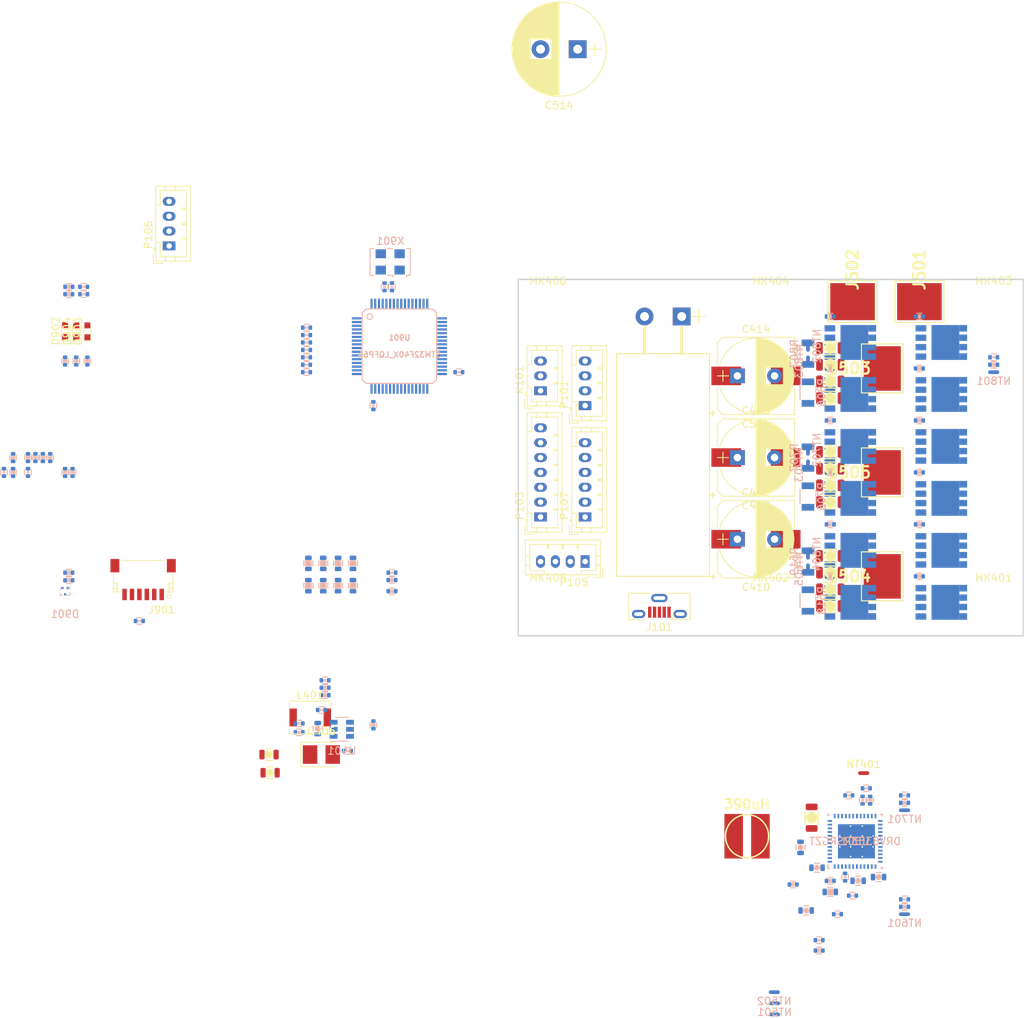
<source format=kicad_pcb>
(kicad_pcb (version 20171130) (host pcbnew "(5.1.4)-1")
  (layers (0 F.Cu signal) (1 In1.Cu power) (2 In2.Cu signal) (31 B.Cu power) (34 B.Paste user) (35 F.Paste user) (36 B.SilkS user) (37 F.SilkS user) (38 B.Mask user) (39 F.Mask user) (44 Edge.Cuts user))
  (net 0 "")
  (net 1 GND)
  (net 2 +3V3)
  (net 3 NRST)
  (net 4 +12V)
  (net 5 "Net-(J101-Pad2)")
  (net 6 "Net-(J101-Pad3)")
  (net 7 SWDIO)
  (net 8 SWCLK)
  (net 9 "Net-(K101-Pad1)")
  (net 10 "Net-(C507-Pad2)")
  (net 11 GNDD)
  (net 12 +BATT)
  (net 13 /drv_power_stage/buck_rcl)
  (net 14 "Net-(Q701-Pad2)")
  (net 15 "Net-(Q702-Pad2)")
  (net 16 "Net-(Q703-Pad2)")
  (net 17 "Net-(Q704-Pad2)")
  (net 18 "Net-(Q801-Pad2)")
  (net 19 "Net-(Q802-Pad2)")
  (net 20 "Net-(Q803-Pad2)")
  (net 21 "Net-(Q804-Pad2)")
  (net 22 GNDA)
  (net 23 /drv_power_stage/ENABLE)
  (net 24 /drv_power_stage/A_VSENSE)
  (net 25 /drv_power_stage/B_VSENSE)
  (net 26 /drv_power_stage/C_VSENSE)
  (net 27 "Net-(C201-Pad1)")
  (net 28 "Net-(C403-Pad1)")
  (net 29 "Net-(C403-Pad2)")
  (net 30 "Net-(C407-Pad2)")
  (net 31 "Net-(C505-Pad1)")
  (net 32 "Net-(C507-Pad1)")
  (net 33 "Net-(C508-Pad2)")
  (net 34 "Net-(C509-Pad1)")
  (net 35 "Net-(C510-Pad2)")
  (net 36 "Net-(C510-Pad1)")
  (net 37 "Net-(C511-Pad2)")
  (net 38 "Net-(C512-Pad2)")
  (net 39 /drv_power_stage/GDRV_VSENSE)
  (net 40 "Net-(C906-Pad1)")
  (net 41 "Net-(C908-Pad1)")
  (net 42 "Net-(D902-Pad1)")
  (net 43 "Net-(D903-Pad1)")
  (net 44 "Net-(D904-Pad1)")
  (net 45 "Net-(K101-Pad2)")
  (net 46 /drv_power_stage/3.3_IREF)
  (net 47 /drv_power_stage/PHASE_B)
  (net 48 /drv_power_stage/PHASE_C)
  (net 49 /drv_power_stage/PHASE_A)
  (net 50 "Net-(Q601-Pad2)")
  (net 51 "Net-(Q602-Pad2)")
  (net 52 "Net-(Q603-Pad2)")
  (net 53 "Net-(Q604-Pad2)")
  (net 54 "Net-(R401-Pad1)")
  (net 55 /drv_power_stage/DRV_SDO)
  (net 56 "Net-(R503-Pad2)")
  (net 57 /drv_power_stage/A_ISENSE)
  (net 58 /drv_power_stage/B_ISENSE)
  (net 59 /drv_power_stage/C_ISENSE)
  (net 60 /Microcontroller/SERVO)
  (net 61 /Microcontroller/ADC_VBUS)
  (net 62 /Microcontroller/ADC_TEMP)
  (net 63 /Microcontroller/TEMP_MOTOR)
  (net 64 /drv_power_stage/power_phase_B/PR_SENSE)
  (net 65 /drv_power_stage/power_phase_B/NR_SENSE)
  (net 66 /drv_power_stage/power_phase_C/PR_SENSE)
  (net 67 /drv_power_stage/power_phase_C/NR_SENSE)
  (net 68 /drv_power_stage/power_phase_A/PR_SENSE)
  (net 69 /drv_power_stage/power_phase_A/NR_SENSE)
  (net 70 /Microcontroller/VCAP2)
  (net 71 /Microcontroller/VCAP1)
  (net 72 /Microcontroller/USB_DM)
  (net 73 /Microcontroller/USB_DP)
  (net 74 /drv_power_stage/power_phase_B/H_SWITCH)
  (net 75 /drv_power_stage/power_phase_C/H_SWITCH)
  (net 76 /drv_power_stage/power_phase_A/H_SWITCH)
  (net 77 /CAN_tranciever/CANH)
  (net 78 /CAN_tranciever/CANL)
  (net 79 /Microcontroller/BRAKE_SW)
  (net 80 /Microcontroller/ADC_BRAKE)
  (net 81 /Microcontroller/ADC_THROTTLE)
  (net 82 /Microcontroller/USART1_RX)
  (net 83 /Microcontroller/USART1_TX)
  (net 84 /Microcontroller/SCL_2)
  (net 85 /Microcontroller/SDA_2)
  (net 86 /Microcontroller/HALL_3)
  (net 87 /Microcontroller/HALL_2)
  (net 88 /Microcontroller/HALL_1)
  (net 89 /drv_power_stage/power_phase_B/PH_GND_LOW)
  (net 90 /drv_power_stage/power_phase_C/PH_GND_LOW)
  (net 91 /drv_power_stage/power_phase_A/PH_GND_LOW)
  (net 92 /Microcontroller/FAULT)
  (net 93 /drv_power_stage/power_phase_B/H_GATE)
  (net 94 /drv_power_stage/power_phase_B/L_GATE)
  (net 95 /drv_power_stage/power_phase_C/H_GATE)
  (net 96 /drv_power_stage/power_phase_C/L_GATE)
  (net 97 /drv_power_stage/power_phase_A/H_GATE)
  (net 98 /drv_power_stage/power_phase_A/L_GATE)
  (net 99 /Microcontroller/LED_GREEN)
  (net 100 /Microcontroller/LED_RED)
  (net 101 /Microcontroller/L3)
  (net 102 /Microcontroller/H3)
  (net 103 /Microcontroller/L2)
  (net 104 /Microcontroller/H2)
  (net 105 /Microcontroller/L1)
  (net 106 /Microcontroller/H1)
  (net 107 "Net-(NT605-Pad1)")
  (net 108 "Net-(NT703-Pad1)")
  (net 109 "Net-(NT803-Pad1)")
  (net 110 "Net-(C511-Pad1)")
  (module Mounting_Holes:MountingHole_3.2mm_M3_DIN965 (layer F.Cu) (at 106 116)
    (fp_text reference MK406 (at 0 -3.8) (layer F.SilkS))
    (fp_text value Mounting_Hole)
    (pad 1 np_thru_hole circle (at 0 0) (size 3.2 3.2) (drill 3.2) (layers *.Cu *.Mask))
  )
  (module Mounting_Holes:MountingHole_3.2mm_M3_DIN965 (layer F.Cu) (at 106 156)
    (fp_text reference MK405 (at 0 -3.8) (layer F.SilkS))
    (fp_text value Mounting_Hole)
    (pad 1 np_thru_hole circle (at 0 0) (size 3.2 3.2) (drill 3.2) (layers *.Cu *.Mask))
  )
  (module Mounting_Holes:MountingHole_3.2mm_M3_DIN965 (layer F.Cu) (at 136 116)
    (fp_text reference MK404 (at 0 -3.8) (layer F.SilkS))
    (fp_text value Mounting_Hole)
    (pad 1 np_thru_hole circle (at 0 0) (size 3.2 3.2) (drill 3.2) (layers *.Cu *.Mask))
  )
  (module Mounting_Holes:MountingHole_3.2mm_M3_DIN965 (layer F.Cu) (at 166 116)
    (fp_text reference MK403 (at 0 -3.8) (layer F.SilkS))
    (fp_text value Mounting_Hole)
    (pad 1 np_thru_hole circle (at 0 0) (size 3.2 3.2) (drill 3.2) (layers *.Cu *.Mask))
  )
  (module Mounting_Holes:MountingHole_3.2mm_M3_DIN965 (layer F.Cu) (at 136 156)
    (fp_text reference MK402 (at 0 -3.8) (layer F.SilkS))
    (fp_text value Mounting_Hole)
    (pad 1 np_thru_hole circle (at 0 0) (size 3.2 3.2) (drill 3.2) (layers *.Cu *.Mask))
  )
  (module Mounting_Holes:MountingHole_3.2mm_M3_DIN965 (layer F.Cu) (at 166 156)
    (fp_text reference MK401 (at 0 -3.8) (layer F.SilkS))
    (fp_text value Mounting_Hole)
    (pad 1 np_thru_hole circle (at 0 0) (size 3.2 3.2) (drill 3.2) (layers *.Cu *.Mask))
  )
  (module Capacitors_THT:CP_Radial_D10.0mm_P5.00mm (layer F.Cu) (at 131.5 125)
    (fp_text reference C414 (at 2.5 -6.31) (layer F.SilkS))
    (fp_text value 56uF)
    (pad 1 thru_hole rect (at 0 0) (size 2 2) (drill 1) (layers *.Cu *.Mask) (net 12 +BATT))
    (pad 2 thru_hole circle (at 5 0) (size 2 2) (drill 1) (layers *.Cu *.Mask) (net 1 GND))
  )
  (module Capacitors_THT:CP_Radial_D10.0mm_P5.00mm (layer F.Cu) (at 131.5 136)
    (fp_text reference C413 (at 2.5 -6.31) (layer F.SilkS))
    (fp_text value 56uF)
    (pad 1 thru_hole rect (at 0 0) (size 2 2) (drill 1) (layers *.Cu *.Mask) (net 12 +BATT))
    (pad 2 thru_hole circle (at 5 0) (size 2 2) (drill 1) (layers *.Cu *.Mask) (net 1 GND))
  )
  (module Capacitors_THT:CP_Radial_D10.0mm_P5.00mm (layer F.Cu) (at 131.5 147)
    (fp_text reference C412 (at 2.5 -6.31) (layer F.SilkS))
    (fp_text value 56uF)
    (pad 1 thru_hole rect (at 0 0) (size 2 2) (drill 1) (layers *.Cu *.Mask) (net 12 +BATT))
    (pad 2 thru_hole circle (at 5 0) (size 2 2) (drill 1) (layers *.Cu *.Mask) (net 1 GND))
  )
  (module moxie-drive-custom:CP_Radial_D12.5mm_P5.00mm_horiz (layer F.Cu) (at 124 117 180)
    (fp_text reference C411)
    (fp_text value 560uF)
    (pad 1 thru_hole rect (at 0 0 180) (size 2.4 2.4) (drill 1.2) (layers *.Cu *.Mask) (net 12 +BATT))
    (pad 2 thru_hole circle (at 5 0 180) (size 2.4 2.4) (drill 1.2) (layers *.Cu *.Mask) (net 1 GND))
  )
  (module NetTie:NetTie-2_SMD_Pad0.5mm (layer F.Cu) (at 148.5 178.5)
    (fp_text reference NT401 (at 0 -1.2) (layer F.SilkS))
    (fp_text value Net-Tie_2)
    (fp_poly (pts (xy -0.5 -0.25) (xy 0.5 -0.25) (xy 0.5 0.25) (xy -0.5 0.25)) (layer F.Cu) (width 0))
    (pad 2 smd circle (at 0.5 0) (size 0.5 0.5) (layers F.Cu) (net 110 "Net-(C511-Pad1)"))
    (pad 1 smd circle (at -0.5 0) (size 0.5 0.5) (layers F.Cu) (net 12 +BATT))
  )
  (module crf1:inductor_smd_5.8mmx4.8hmm (layer F.Cu) (at 132.80086 187)
    (fp_text reference L501 hide)
    (fp_text value 390uH (at 0 -4.30022) (layer F.SilkS) (effects (font (size 1.27 1.27) (thickness 0.254))))
    (pad 2 smd rect (at -1.80086 0) (size 2.49936 5.99948) (layers F.Cu F.Paste F.Mask) (net 35 "Net-(C510-Pad2)"))
    (pad 1 smd rect (at 1.80086 0) (size 2.49936 5.99948) (layers F.Cu F.Paste F.Mask) (net 38 "Net-(C512-Pad2)"))
  )
  (module crf1:1PAD_6x5mm (layer F.Cu) (at 151 138 90)
    (fp_text reference J505 (at 0 -4.3 180) (layer F.SilkS) (effects (font (size 1.524 1.524) (thickness 0.3048))))
    (fp_text value C hide)
    (pad 1 smd rect (at 0 0 90) (size 6 5) (layers F.Cu F.Paste F.Mask) (net 48 /drv_power_stage/PHASE_C))
  )
  (module crf1:1PAD_6x5mm (layer F.Cu) (at 151 152 90)
    (fp_text reference J504 (at 0 -4.3 180) (layer F.SilkS) (effects (font (size 1.524 1.524) (thickness 0.3048))))
    (fp_text value B hide)
    (pad 1 smd rect (at 0 0 90) (size 6 5) (layers F.Cu F.Paste F.Mask) (net 47 /drv_power_stage/PHASE_B))
  )
  (module crf1:1PAD_6x5mm (layer F.Cu) (at 151 124 90)
    (fp_text reference J503 (at 0 -4.3 180) (layer F.SilkS) (effects (font (size 1.524 1.524) (thickness 0.3048))))
    (fp_text value A hide)
    (pad 1 smd rect (at 0 0 90) (size 6 5) (layers F.Cu F.Paste F.Mask) (net 49 /drv_power_stage/PHASE_A))
  )
  (module crf1:1PAD_6x5mm (layer F.Cu) (at 147 115)
    (fp_text reference J502 (at 0 -4.3 270) (layer F.SilkS) (effects (font (size 1.524 1.524) (thickness 0.3048))))
    (fp_text value Gnd hide)
    (pad 1 smd rect (at 0 0) (size 6 5) (layers F.Cu F.Paste F.Mask) (net 1 GND))
  )
  (module crf1:1PAD_6x5mm (layer F.Cu) (at 156 115)
    (fp_text reference J501 (at 0 -4.3 270) (layer F.SilkS) (effects (font (size 1.524 1.524) (thickness 0.3048))))
    (fp_text value +Vbat hide)
    (pad 1 smd rect (at 0 0) (size 6 5) (layers F.Cu F.Paste F.Mask) (net 12 +BATT))
  )
  (module Capacitors_SMD:CP_Elec_10x10.5 (layer F.Cu) (at 134 125)
    (fp_text reference C515 (at 0 6.46) (layer F.SilkS))
    (fp_text value 20uF)
    (fp_text user + (at -5.78 4.97) (layer F.SilkS))
    (pad 1 smd rect (at -4 0 180) (size 4 2.5) (layers F.Cu F.Paste F.Mask) (net 12 +BATT))
    (pad 2 smd rect (at 4 0 180) (size 4 2.5) (layers F.Cu F.Paste F.Mask) (net 1 GND))
  )
  (module pkl_dipol:C_0402 (layer B.Cu) (at 144.975 197.5)
    (fp_text reference C506)
    (fp_text value 0.1uF)
    (pad 2 smd roundrect (at 0.5 0) (size 0.5 0.6) (layers B.Cu B.Paste B.Mask) (net 22 GNDA))
    (pad 1 smd roundrect (at -0.5 0) (size 0.5 0.6) (layers B.Cu B.Paste B.Mask) (net 46 /drv_power_stage/3.3_IREF))
  )
  (module pkl_dipol:C_0603 (layer B.Cu) (at 142.218474 191.243303)
    (fp_text reference C504)
    (fp_text value 0.1uF)
    (pad 2 smd roundrect (at 0.75 0) (size 0.6 0.9) (layers B.Cu B.Paste B.Mask) (net 11 GNDD))
    (pad 1 smd roundrect (at -0.75 0) (size 0.6 0.9) (layers B.Cu B.Paste B.Mask) (net 12 +BATT))
  )
  (module Capacitors_SMD:CP_Elec_10x10.5 (layer F.Cu) (at 134 147)
    (fp_text reference C410 (at 0 6.46) (layer F.SilkS))
    (fp_text value 20uF)
    (fp_text user + (at -5.78 4.97) (layer F.SilkS))
    (pad 1 smd rect (at -4 0 180) (size 4 2.5) (layers F.Cu F.Paste F.Mask) (net 12 +BATT))
    (pad 2 smd rect (at 4 0 180) (size 4 2.5) (layers F.Cu F.Paste F.Mask) (net 1 GND))
  )
  (module Capacitors_SMD:CP_Elec_10x10.5 (layer F.Cu) (at 134 136)
    (fp_text reference C409 (at 0 6.46) (layer F.SilkS))
    (fp_text value 20uF)
    (fp_text user + (at -5.78 4.97) (layer F.SilkS))
    (pad 1 smd rect (at -4 0 180) (size 4 2.5) (layers F.Cu F.Paste F.Mask) (net 12 +BATT))
    (pad 2 smd rect (at 4 0 180) (size 4 2.5) (layers F.Cu F.Paste F.Mask) (net 1 GND))
  )
  (module pkl_dipol:R_0402 (layer B.Cu) (at 76 168 180)
    (fp_text reference R403)
    (fp_text value "10k 0.1%")
    (pad 2 smd roundrect (at 0.5 0 180) (size 0.5 0.6) (layers B.Cu B.Paste B.Mask) (net 1 GND))
    (pad 1 smd roundrect (at -0.5 0 180) (size 0.5 0.6) (layers B.Cu B.Paste B.Mask) (net 30 "Net-(C407-Pad2)"))
  )
  (module pkl_dipol:R_0402 (layer B.Cu) (at 76 167)
    (fp_text reference R402)
    (fp_text value "R33.2k 0.1%")
    (pad 2 smd roundrect (at 0.5 0) (size 0.5 0.6) (layers B.Cu B.Paste B.Mask) (net 30 "Net-(C407-Pad2)"))
    (pad 1 smd roundrect (at -0.5 0) (size 0.5 0.6) (layers B.Cu B.Paste B.Mask) (net 2 +3V3))
  )
  (module pkl_dipol:R_0402 (layer B.Cu) (at 82.5 172 90)
    (fp_text reference R401)
    (fp_text value 1k)
    (pad 2 smd roundrect (at 0.5 0 90) (size 0.5 0.6) (layers B.Cu B.Paste B.Mask) (net 4 +12V))
    (pad 1 smd roundrect (at -0.5 0 90) (size 0.5 0.6) (layers B.Cu B.Paste B.Mask) (net 54 "Net-(R401-Pad1)"))
  )
  (module Inductors_SMD:L_Neosid_Ms42 (layer F.Cu) (at 74 171)
    (fp_text reference L401 (at 0 -3) (layer F.SilkS))
    (fp_text value 3.3uH)
    (pad 1 smd rect (at -2.3 0) (size 1 2.4) (layers F.Cu F.Paste F.Mask) (net 2 +3V3))
    (pad 2 smd rect (at 2.3 0) (size 1 2.4) (layers F.Cu F.Paste F.Mask) (net 28 "Net-(C403-Pad1)"))
  )
  (module pkl_dipol:C_0402 (layer B.Cu) (at 85 151.5)
    (fp_text reference C408)
    (fp_text value 100nf)
    (pad 2 smd roundrect (at 0.5 0) (size 0.5 0.6) (layers B.Cu B.Paste B.Mask) (net 22 GNDA))
    (pad 1 smd roundrect (at -0.5 0) (size 0.5 0.6) (layers B.Cu B.Paste B.Mask) (net 62 /Microcontroller/ADC_TEMP))
  )
  (module pkl_dipol:C_0402 (layer B.Cu) (at 76 166)
    (fp_text reference C407)
    (fp_text value NP)
    (pad 2 smd roundrect (at 0.5 0) (size 0.5 0.6) (layers B.Cu B.Paste B.Mask) (net 30 "Net-(C407-Pad2)"))
    (pad 1 smd roundrect (at -0.5 0) (size 0.5 0.6) (layers B.Cu B.Paste B.Mask) (net 2 +3V3))
  )
  (module pkl_dipol:C_0402 (layer B.Cu) (at 72.5 173)
    (fp_text reference C405)
    (fp_text value 2.2uf)
    (pad 2 smd roundrect (at 0.5 0) (size 0.5 0.6) (layers B.Cu B.Paste B.Mask) (net 1 GND))
    (pad 1 smd roundrect (at -0.5 0) (size 0.5 0.6) (layers B.Cu B.Paste B.Mask) (net 2 +3V3))
  )
  (module pkl_dipol:C_0402 (layer B.Cu) (at 72.5 171.815)
    (fp_text reference C404)
    (fp_text value 100nf)
    (pad 2 smd roundrect (at 0.5 0) (size 0.5 0.6) (layers B.Cu B.Paste B.Mask) (net 1 GND))
    (pad 1 smd roundrect (at -0.5 0) (size 0.5 0.6) (layers B.Cu B.Paste B.Mask) (net 2 +3V3))
  )
  (module pkl_dipol:C_0402 (layer B.Cu) (at 79 175.5)
    (fp_text reference C403)
    (fp_text value 100nf)
    (pad 2 smd roundrect (at 0.5 0) (size 0.5 0.6) (layers B.Cu B.Paste B.Mask) (net 29 "Net-(C403-Pad2)"))
    (pad 1 smd roundrect (at -0.5 0) (size 0.5 0.6) (layers B.Cu B.Paste B.Mask) (net 28 "Net-(C403-Pad1)"))
  )
  (module pkl_dipol:C_0402 (layer B.Cu) (at 75.5 170)
    (fp_text reference C402)
    (fp_text value 100nf)
    (pad 2 smd roundrect (at 0.5 0) (size 0.5 0.6) (layers B.Cu B.Paste B.Mask) (net 1 GND))
    (pad 1 smd roundrect (at -0.5 0) (size 0.5 0.6) (layers B.Cu B.Paste B.Mask) (net 4 +12V))
  )
  (module pkl_dipol:C_0603 (layer B.Cu) (at 75 172.5 270)
    (fp_text reference C401)
    (fp_text value 2.2uf)
    (pad 2 smd roundrect (at 0.75 0 270) (size 0.6 0.9) (layers B.Cu B.Paste B.Mask) (net 1 GND))
    (pad 1 smd roundrect (at -0.75 0 270) (size 0.6 0.9) (layers B.Cu B.Paste B.Mask) (net 4 +12V))
  )
  (module Connectors_JST:JST_PH_B4B-PH-K_04x2.00mm_Straight (layer F.Cu) (at 55 107.5 90)
    (fp_text reference P106 (at 1.5 -2.8 90) (layer F.SilkS))
    (fp_text value I2C)
    (pad 1 thru_hole rect (at 0 0 90) (size 1.2 1.7) (drill 0.75) (layers *.Cu *.Mask) (net 84 /Microcontroller/SCL_2))
    (pad 2 thru_hole oval (at 2 0 90) (size 1.2 1.7) (drill 0.75) (layers *.Cu *.Mask) (net 85 /Microcontroller/SDA_2))
    (pad 3 thru_hole oval (at 4 0 90) (size 1.2 1.7) (drill 0.75) (layers *.Cu *.Mask) (net 2 +3V3))
    (pad 4 thru_hole oval (at 6 0 90) (size 1.2 1.7) (drill 0.75) (layers *.Cu *.Mask) (net 1 GND))
  )
  (module Resistors_SMD:R_1206 (layer B.Cu) (at 141 122 270)
    (fp_text reference R807 (at 0 1.85 90) (layer B.SilkS) (effects (justify mirror)))
    (fp_text value 1mΩ)
    (pad 1 smd rect (at -1.45 0 270) (size 0.9 1.7) (layers B.Cu B.Paste B.Mask) (net 91 /drv_power_stage/power_phase_A/PH_GND_LOW))
    (pad 2 smd rect (at 1.45 0 270) (size 0.9 1.7) (layers B.Cu B.Paste B.Mask) (net 11 GNDD))
  )
  (module Resistors_SMD:R_1206 (layer B.Cu) (at 141 127.25 90)
    (fp_text reference R806 (at 0 1.85 90) (layer B.SilkS) (effects (justify mirror)))
    (fp_text value 1mΩ)
    (pad 1 smd rect (at -1.45 0 90) (size 0.9 1.7) (layers B.Cu B.Paste B.Mask) (net 91 /drv_power_stage/power_phase_A/PH_GND_LOW))
    (pad 2 smd rect (at 1.45 0 90) (size 0.9 1.7) (layers B.Cu B.Paste B.Mask) (net 11 GNDD))
  )
  (module Resistors_SMD:R_1206 (layer B.Cu) (at 141 136 270)
    (fp_text reference R707 (at 0 1.85 270) (layer B.SilkS) (effects (justify mirror)))
    (fp_text value 1mΩ)
    (pad 1 smd rect (at -1.45 0 270) (size 0.9 1.7) (layers B.Cu B.Paste B.Mask) (net 90 /drv_power_stage/power_phase_C/PH_GND_LOW))
    (pad 2 smd rect (at 1.45 0 270) (size 0.9 1.7) (layers B.Cu B.Paste B.Mask) (net 11 GNDD))
  )
  (module Resistors_SMD:R_1206 (layer B.Cu) (at 141 141.25 90)
    (fp_text reference R706 (at 0 1.85 90) (layer B.SilkS) (effects (justify mirror)))
    (fp_text value 1mΩ)
    (pad 1 smd rect (at -1.45 0 90) (size 0.9 1.7) (layers B.Cu B.Paste B.Mask) (net 90 /drv_power_stage/power_phase_C/PH_GND_LOW))
    (pad 2 smd rect (at 1.45 0 90) (size 0.9 1.7) (layers B.Cu B.Paste B.Mask) (net 11 GNDD))
  )
  (module Resistors_SMD:R_1206 (layer B.Cu) (at 141 150 270)
    (fp_text reference R619 (at 0 1.85 270) (layer B.SilkS) (effects (justify mirror)))
    (fp_text value 1mΩ)
    (pad 1 smd rect (at -1.45 0 270) (size 0.9 1.7) (layers B.Cu B.Paste B.Mask) (net 89 /drv_power_stage/power_phase_B/PH_GND_LOW))
    (pad 2 smd rect (at 1.45 0 270) (size 0.9 1.7) (layers B.Cu B.Paste B.Mask) (net 11 GNDD))
  )
  (module Resistors_SMD:R_1206 (layer B.Cu) (at 141 155.25 90)
    (fp_text reference R618 (at 0 1.85 90) (layer B.SilkS) (effects (justify mirror)))
    (fp_text value 1mΩ)
    (pad 1 smd rect (at -1.45 0 90) (size 0.9 1.7) (layers B.Cu B.Paste B.Mask) (net 89 /drv_power_stage/power_phase_B/PH_GND_LOW))
    (pad 2 smd rect (at 1.45 0 90) (size 0.9 1.7) (layers B.Cu B.Paste B.Mask) (net 11 GNDD))
  )
  (module NetTie:NetTie-2_SMD_Pad0.5mm (layer B.Cu) (at 141 123 270)
    (fp_text reference NT803 (at 0 1.2 270) (layer B.SilkS) (effects (justify mirror)))
    (fp_text value Net-Tie_2)
    (fp_poly (pts (xy -0.5 0.25) (xy 0.5 0.25) (xy 0.5 -0.25) (xy -0.5 -0.25)) (layer B.Cu) (width 0))
    (pad 2 smd circle (at 0.5 0 270) (size 0.5 0.5) (layers B.Cu) (net 11 GNDD))
    (pad 1 smd circle (at -0.5 0 270) (size 0.5 0.5) (layers B.Cu) (net 109 "Net-(NT803-Pad1)"))
  )
  (module NetTie:NetTie-2_SMD_Pad0.5mm (layer B.Cu) (at 141 121 90)
    (fp_text reference NT802 (at 0 1.2 270) (layer B.SilkS) (effects (justify mirror)))
    (fp_text value Net-Tie_2)
    (fp_poly (pts (xy -0.5 0.25) (xy 0.5 0.25) (xy 0.5 -0.25) (xy -0.5 -0.25)) (layer B.Cu) (width 0))
    (pad 2 smd circle (at 0.5 0 90) (size 0.5 0.5) (layers B.Cu) (net 91 /drv_power_stage/power_phase_A/PH_GND_LOW))
    (pad 1 smd circle (at -0.5 0 90) (size 0.5 0.5) (layers B.Cu) (net 68 /drv_power_stage/power_phase_A/PR_SENSE))
  )
  (module NetTie:NetTie-2_SMD_Pad0.5mm (layer B.Cu) (at 141 137 270)
    (fp_text reference NT703 (at 0 1.2 270) (layer B.SilkS) (effects (justify mirror)))
    (fp_text value Net-Tie_2)
    (fp_poly (pts (xy -0.5 0.25) (xy 0.5 0.25) (xy 0.5 -0.25) (xy -0.5 -0.25)) (layer B.Cu) (width 0))
    (pad 2 smd circle (at 0.5 0 270) (size 0.5 0.5) (layers B.Cu) (net 11 GNDD))
    (pad 1 smd circle (at -0.5 0 270) (size 0.5 0.5) (layers B.Cu) (net 108 "Net-(NT703-Pad1)"))
  )
  (module NetTie:NetTie-2_SMD_Pad0.5mm (layer B.Cu) (at 141 135 90)
    (fp_text reference NT702 (at 0 1.2 90) (layer B.SilkS) (effects (justify mirror)))
    (fp_text value Net-Tie_2)
    (fp_poly (pts (xy -0.5 0.25) (xy 0.5 0.25) (xy 0.5 -0.25) (xy -0.5 -0.25)) (layer B.Cu) (width 0))
    (pad 2 smd circle (at 0.5 0 90) (size 0.5 0.5) (layers B.Cu) (net 90 /drv_power_stage/power_phase_C/PH_GND_LOW))
    (pad 1 smd circle (at -0.5 0 90) (size 0.5 0.5) (layers B.Cu) (net 66 /drv_power_stage/power_phase_C/PR_SENSE))
  )
  (module NetTie:NetTie-2_SMD_Pad0.5mm (layer B.Cu) (at 141 151 270)
    (fp_text reference NT605 (at 0 1.2 270) (layer B.SilkS) (effects (justify mirror)))
    (fp_text value Net-Tie_2)
    (fp_poly (pts (xy -0.5 0.25) (xy 0.5 0.25) (xy 0.5 -0.25) (xy -0.5 -0.25)) (layer B.Cu) (width 0))
    (pad 2 smd circle (at 0.5 0 270) (size 0.5 0.5) (layers B.Cu) (net 11 GNDD))
    (pad 1 smd circle (at -0.5 0 270) (size 0.5 0.5) (layers B.Cu) (net 107 "Net-(NT605-Pad1)"))
  )
  (module NetTie:NetTie-2_SMD_Pad0.5mm (layer B.Cu) (at 141 149 90)
    (fp_text reference NT604 (at 0 1.2 90) (layer B.SilkS) (effects (justify mirror)))
    (fp_text value Net-Tie_2)
    (fp_poly (pts (xy -0.5 0.25) (xy 0.5 0.25) (xy 0.5 -0.25) (xy -0.5 -0.25)) (layer B.Cu) (width 0))
    (pad 2 smd circle (at 0.5 0 90) (size 0.5 0.5) (layers B.Cu) (net 89 /drv_power_stage/power_phase_B/PH_GND_LOW))
    (pad 1 smd circle (at -0.5 0 90) (size 0.5 0.5) (layers B.Cu) (net 64 /drv_power_stage/power_phase_B/PR_SENSE))
  )
  (module pkl_dipol:R_0402 (layer B.Cu) (at 144 124 180)
    (fp_text reference R805)
    (fp_text value 5Ω)
    (pad 1 smd roundrect (at -0.5 0 180) (size 0.5 0.6) (layers B.Cu B.Paste B.Mask) (net 21 "Net-(Q804-Pad2)"))
    (pad 2 smd roundrect (at 0.5 0 180) (size 0.5 0.6) (layers B.Cu B.Paste B.Mask) (net 98 /drv_power_stage/power_phase_A/L_GATE))
  )
  (module Capacitors_THT:CP_Radial_D12.5mm_P5.00mm (layer F.Cu) (at 110 81 180)
    (fp_text reference C514 (at 2.5 -7.56) (layer F.SilkS))
    (fp_text value 560uF)
    (pad 1 thru_hole rect (at 0 0 180) (size 2.4 2.4) (drill 1.2) (layers *.Cu *.Mask) (net 12 +BATT))
    (pad 2 thru_hole circle (at 5 0 180) (size 2.4 2.4) (drill 1.2) (layers *.Cu *.Mask) (net 1 GND))
  )
  (module Oscillators:Oscillator_SMD_EuroQuartz_XO53-4pin_5.0x3.2mm (layer B.Cu) (at 84.76 109.65 180)
    (fp_text reference X901 (at 0 2.8) (layer B.SilkS) (effects (justify mirror)))
    (fp_text value "8MHz 10ppm")
    (pad 1 smd rect (at -1.27 -1.1 180) (size 1.4 1.2) (layers B.Cu B.Paste B.Mask) (net 40 "Net-(C906-Pad1)"))
    (pad 2 smd rect (at 1.27 -1.1 180) (size 1.4 1.2) (layers B.Cu B.Paste B.Mask) (net 41 "Net-(C908-Pad1)"))
    (pad 3 smd rect (at 1.27 1.1 180) (size 1.4 1.2) (layers B.Cu B.Paste B.Mask) (net 1 GND))
    (pad 4 smd rect (at -1.27 1.1 180) (size 1.4 1.2) (layers B.Cu B.Paste B.Mask))
  )
  (module crf1:lqfp64_pad_mod (layer B.Cu) (at 86 121)
    (fp_text reference U901 (at 0 -1.143) (layer B.SilkS) (effects (font (size 0.7493 0.7493) (thickness 0.14986)) (justify mirror)))
    (fp_text value STM32F40X_LQFP64 (at 0 1.143) (layer B.SilkS) (effects (font (size 0.7493 0.7493) (thickness 0.14986)) (justify mirror)))
    (pad 64 smd rect (at -5.75056 -3.74904) (size 1.30048 0.3) (layers B.Cu B.Paste B.Mask) (net 2 +3V3))
    (pad 63 smd rect (at -5.75056 -3.2512) (size 1.30048 0.3) (layers B.Cu B.Paste B.Mask) (net 1 GND))
    (pad 62 smd rect (at -5.75056 -2.75082) (size 1.30048 0.3) (layers B.Cu B.Paste B.Mask))
    (pad 61 smd rect (at -5.75056 -2.25044) (size 1.30048 0.3) (layers B.Cu B.Paste B.Mask))
    (pad 60 smd rect (at -5.75056 -1.75006) (size 1.30048 0.3) (layers B.Cu B.Paste B.Mask) (net 1 GND))
    (pad 48 smd rect (at -3.74904 5.75056) (size 0.3 1.30048) (layers B.Cu B.Paste B.Mask) (net 2 +3V3))
    (pad 47 smd rect (at -3.2512 5.75056) (size 0.3 1.30048) (layers B.Cu B.Paste B.Mask) (net 70 /Microcontroller/VCAP2))
    (pad 46 smd rect (at -2.75082 5.75056) (size 0.3 1.30048) (layers B.Cu B.Paste B.Mask) (net 7 SWDIO))
    (pad 45 smd rect (at -2.25044 5.75056) (size 0.3 1.30048) (layers B.Cu B.Paste B.Mask) (net 73 /Microcontroller/USB_DP))
    (pad 44 smd rect (at -1.75006 5.75056) (size 0.3 1.30048) (layers B.Cu B.Paste B.Mask) (net 72 /Microcontroller/USB_DM))
    (pad 32 smd rect (at 5.75056 3.74904) (size 1.30048 0.3) (layers B.Cu B.Paste B.Mask) (net 2 +3V3))
    (pad 31 smd rect (at 5.75056 3.2512) (size 1.30048 0.3) (layers B.Cu B.Paste B.Mask) (net 71 /Microcontroller/VCAP1))
    (pad 30 smd rect (at 5.75056 2.75082) (size 1.30048 0.3) (layers B.Cu B.Paste B.Mask) (net 85 /Microcontroller/SDA_2))
    (pad 29 smd rect (at 5.75056 2.25044) (size 1.30048 0.3) (layers B.Cu B.Paste B.Mask) (net 84 /Microcontroller/SCL_2))
    (pad 28 smd rect (at 5.75056 1.75006) (size 1.30048 0.3) (layers B.Cu B.Paste B.Mask))
    (pad 16 smd rect (at 3.74904 -5.75056) (size 0.3 1.30048) (layers B.Cu B.Paste B.Mask) (net 26 /drv_power_stage/C_VSENSE))
    (pad 15 smd rect (at 3.2512 -5.75056) (size 0.3 1.30048) (layers B.Cu B.Paste B.Mask) (net 25 /drv_power_stage/B_VSENSE))
    (pad 14 smd rect (at 2.75082 -5.75056) (size 0.3 1.30048) (layers B.Cu B.Paste B.Mask) (net 24 /drv_power_stage/A_VSENSE))
    (pad 13 smd rect (at 2.25044 -5.75056) (size 0.3 1.30048) (layers B.Cu B.Paste B.Mask) (net 2 +3V3))
    (pad 12 smd rect (at 1.75006 -5.75056) (size 0.3 1.30048) (layers B.Cu B.Paste B.Mask) (net 22 GNDA))
    (pad 59 smd rect (at -5.75056 -1.24968) (size 1.30048 0.3) (layers B.Cu B.Paste B.Mask) (net 82 /Microcontroller/USART1_RX))
    (pad 58 smd rect (at -5.75056 -0.7493) (size 1.30048 0.3) (layers B.Cu B.Paste B.Mask) (net 83 /Microcontroller/USART1_TX))
    (pad 57 smd rect (at -5.75056 -0.24892) (size 1.30048 0.3) (layers B.Cu B.Paste B.Mask) (net 79 /Microcontroller/BRAKE_SW))
    (pad 43 smd rect (at -1.24968 5.75056) (size 0.3 1.30048) (layers B.Cu B.Paste B.Mask) (net 102 /Microcontroller/H3))
    (pad 42 smd rect (at -0.7493 5.75056) (size 0.3 1.30048) (layers B.Cu B.Paste B.Mask) (net 104 /Microcontroller/H2))
    (pad 41 smd rect (at -0.24892 5.75056) (size 0.3 1.30048) (layers B.Cu B.Paste B.Mask) (net 106 /Microcontroller/H1))
    (pad 27 smd rect (at 5.75056 1.24968) (size 1.30048 0.3) (layers B.Cu B.Paste B.Mask) (net 80 /Microcontroller/ADC_BRAKE))
    (pad 26 smd rect (at 5.75056 0.7493) (size 1.30048 0.3) (layers B.Cu B.Paste B.Mask) (net 81 /Microcontroller/ADC_THROTTLE))
    (pad 25 smd rect (at 5.75056 0.24892) (size 1.30048 0.3) (layers B.Cu B.Paste B.Mask) (net 63 /Microcontroller/TEMP_MOTOR))
    (pad 11 smd rect (at 1.24968 -5.75056) (size 0.3 1.30048) (layers B.Cu B.Paste B.Mask) (net 61 /Microcontroller/ADC_VBUS))
    (pad 10 smd rect (at 0.7493 -5.75056) (size 0.3 1.30048) (layers B.Cu B.Paste B.Mask) (net 59 /drv_power_stage/C_ISENSE))
    (pad 9 smd rect (at 0.24892 -5.75056) (size 0.3 1.30048) (layers B.Cu B.Paste B.Mask) (net 58 /drv_power_stage/B_ISENSE))
    (pad 56 smd rect (at -5.75056 0.24892) (size 1.30048 0.3) (layers B.Cu B.Paste B.Mask))
    (pad 55 smd rect (at -5.75056 0.7493) (size 1.30048 0.3) (layers B.Cu B.Paste B.Mask))
    (pad 54 smd rect (at -5.75056 1.24968) (size 1.30048 0.3) (layers B.Cu B.Paste B.Mask))
    (pad 53 smd rect (at -5.75056 1.75006) (size 1.30048 0.3) (layers B.Cu B.Paste B.Mask))
    (pad 52 smd rect (at -5.75056 2.25044) (size 1.30048 0.3) (layers B.Cu B.Paste B.Mask))
    (pad 51 smd rect (at -5.75056 2.75082) (size 1.30048 0.3) (layers B.Cu B.Paste B.Mask))
    (pad 50 smd rect (at -5.75056 3.2512) (size 1.30048 0.3) (layers B.Cu B.Paste B.Mask))
    (pad 49 smd rect (at -5.75056 3.74904) (size 1.30048 0.3) (layers B.Cu B.Paste B.Mask) (net 8 SWCLK))
    (pad 40 smd rect (at 0.24892 5.75056) (size 0.3 1.30048) (layers B.Cu B.Paste B.Mask) (net 23 /drv_power_stage/ENABLE))
    (pad 39 smd rect (at 0.7493 5.75056) (size 0.3 1.30048) (layers B.Cu B.Paste B.Mask) (net 86 /Microcontroller/HALL_3))
    (pad 38 smd rect (at 1.24968 5.75056) (size 0.3 1.30048) (layers B.Cu B.Paste B.Mask) (net 87 /Microcontroller/HALL_2))
    (pad 37 smd rect (at 1.75006 5.75056) (size 0.3 1.30048) (layers B.Cu B.Paste B.Mask) (net 88 /Microcontroller/HALL_1))
    (pad 36 smd rect (at 2.25044 5.75056) (size 0.3 1.30048) (layers B.Cu B.Paste B.Mask) (net 101 /Microcontroller/L3))
    (pad 35 smd rect (at 2.75082 5.75056) (size 0.3 1.30048) (layers B.Cu B.Paste B.Mask) (net 103 /Microcontroller/L2))
    (pad 34 smd rect (at 3.2512 5.75056) (size 0.3 1.30048) (layers B.Cu B.Paste B.Mask) (net 105 /Microcontroller/L1))
    (pad 33 smd rect (at 3.74904 5.75056) (size 0.3 1.30048) (layers B.Cu B.Paste B.Mask) (net 92 /Microcontroller/FAULT))
    (pad 24 smd rect (at 5.75056 -0.24892) (size 1.30048 0.3) (layers B.Cu B.Paste B.Mask) (net 62 /Microcontroller/ADC_TEMP))
    (pad 23 smd rect (at 5.75056 -0.7493) (size 1.30048 0.3) (layers B.Cu B.Paste B.Mask))
    (pad 22 smd rect (at 5.75056 -1.24968) (size 1.30048 0.3) (layers B.Cu B.Paste B.Mask))
    (pad 21 smd rect (at 5.75056 -1.75006) (size 1.30048 0.3) (layers B.Cu B.Paste B.Mask))
    (pad 20 smd rect (at 5.75056 -2.25044) (size 1.30048 0.3) (layers B.Cu B.Paste B.Mask))
    (pad 19 smd rect (at 5.75056 -2.75082) (size 1.30048 0.3) (layers B.Cu B.Paste B.Mask) (net 2 +3V3))
    (pad 18 smd rect (at 5.75056 -3.2512) (size 1.30048 0.3) (layers B.Cu B.Paste B.Mask) (net 1 GND))
    (pad 17 smd rect (at 5.75056 -3.74904) (size 1.30048 0.3) (layers B.Cu B.Paste B.Mask) (net 60 /Microcontroller/SERVO))
    (pad 3 smd rect (at -2.75082 -5.75056) (size 0.3 1.30048) (layers B.Cu B.Paste B.Mask) (net 99 /Microcontroller/LED_GREEN))
    (pad 2 smd rect (at -3.2512 -5.75056) (size 0.3 1.30048) (layers B.Cu B.Paste B.Mask))
    (pad 1 smd rect (at -3.74904 -5.75056) (size 0.3 1.30048) (layers B.Cu B.Paste B.Mask) (net 2 +3V3))
    (pad 8 smd rect (at -0.24892 -5.75056) (size 0.3 1.30048) (layers B.Cu B.Paste B.Mask) (net 57 /drv_power_stage/A_ISENSE))
    (pad 7 smd rect (at -0.7493 -5.75056) (size 0.3 1.30048) (layers B.Cu B.Paste B.Mask) (net 3 NRST))
    (pad 6 smd rect (at -1.24968 -5.75056) (size 0.3 1.30048) (layers B.Cu B.Paste B.Mask) (net 41 "Net-(C908-Pad1)"))
    (pad 5 smd rect (at -1.75006 -5.75056) (size 0.3 1.30048) (layers B.Cu B.Paste B.Mask) (net 40 "Net-(C906-Pad1)"))
    (pad 4 smd rect (at -2.25044 -5.75056) (size 0.3 1.30048) (layers B.Cu B.Paste B.Mask) (net 100 /Microcontroller/LED_RED))
  )
  (module Locals:DRV8353RHRGZR (layer B.Cu) (at 147.340474 187.687303)
    (fp_text reference U501 (at 0 0) (layer B.SilkS) (effects (justify mirror)))
    (fp_text value DRV8353RSRGZT (at 0 0) (layer B.SilkS) (effects (justify mirror)))
    (fp_text user * (at 0 0) (layer B.SilkS) (effects (justify mirror)))
    (pad 49 thru_hole circle (at 0.973 2.050001) (size 0.499999 0.499999) (drill 0.2032) (layers *.Cu *.Mask) (net 11 GNDD))
    (pad 49 thru_hole circle (at -0.596999 2.050001) (size 0.499999 0.499999) (drill 0.2032) (layers *.Cu *.Mask) (net 11 GNDD))
    (pad 49 thru_hole circle (at 0.973 0.740001) (size 0.499999 0.499999) (drill 0.2032) (layers *.Cu *.Mask) (net 11 GNDD))
    (pad 49 thru_hole circle (at 0.973 -0.740001) (size 0.499999 0.499999) (drill 0.2032) (layers *.Cu *.Mask) (net 11 GNDD))
    (pad 49 thru_hole circle (at 0.973 -2.050001) (size 0.499999 0.499999) (drill 0.2032) (layers *.Cu *.Mask) (net 11 GNDD))
    (pad 49 thru_hole circle (at 2.426 0.740001) (size 0.499999 0.499999) (drill 0.2032) (layers *.Cu *.Mask) (net 11 GNDD))
    (pad 49 thru_hole circle (at 2.426 -0.740001) (size 0.499999 0.499999) (drill 0.2032) (layers *.Cu *.Mask) (net 11 GNDD))
    (pad 49 thru_hole circle (at -0.596999 0.740001) (size 0.499999 0.499999) (drill 0.2032) (layers *.Cu *.Mask) (net 11 GNDD))
    (pad 49 thru_hole circle (at -0.596999 -0.740001) (size 0.499999 0.499999) (drill 0.2032) (layers *.Cu *.Mask) (net 11 GNDD))
    (pad 49 thru_hole circle (at -0.596999 -2.050001) (size 0.499999 0.499999) (drill 0.2032) (layers *.Cu *.Mask) (net 11 GNDD))
    (pad 49 thru_hole circle (at -2.050001 -0.740001) (size 0.499999 0.499999) (drill 0.2032) (layers *.Cu *.Mask) (net 11 GNDD))
    (pad 49 thru_hole circle (at -2.050001 0.740001) (size 0.499999 0.499999) (drill 0.2032) (layers *.Cu *.Mask) (net 11 GNDD))
    (pad 49 smd rect (at 0.188001 0) (size 4.974999 4.600001) (layers B.Cu B.Mask) (net 11 GNDD))
    (pad 48 smd rect (at -2.75 3.400001) (size 0.24 0.599999) (layers B.Cu B.Paste B.Mask) (net 39 /drv_power_stage/GDRV_VSENSE))
    (pad 47 smd rect (at -2.250001 3.400001) (size 0.24 0.599999) (layers B.Cu B.Paste B.Mask) (net 56 "Net-(R503-Pad2)"))
    (pad 46 smd rect (at -1.749999 3.400001) (size 0.24 0.599999) (layers B.Cu B.Paste B.Mask) (net 13 /drv_power_stage/buck_rcl))
    (pad 45 smd rect (at -1.25 3.400001) (size 0.24 0.599999) (layers B.Cu B.Paste B.Mask) (net 36 "Net-(C510-Pad1)"))
    (pad 44 smd rect (at -0.749998 3.400001) (size 0.24 0.599999) (layers B.Cu B.Paste B.Mask) (net 31 "Net-(C505-Pad1)"))
    (pad 43 smd rect (at -0.25 3.400001) (size 0.24 0.599999) (layers B.Cu B.Paste B.Mask) (net 12 +BATT))
    (pad 42 smd rect (at 0.25 3.400001) (size 0.24 0.599999) (layers B.Cu B.Paste B.Mask) (net 35 "Net-(C510-Pad2)"))
    (pad 41 smd rect (at 0.750001 3.400001) (size 0.24 0.599999) (layers B.Cu B.Paste B.Mask) (net 1 GND))
    (pad 40 smd rect (at 1.25 3.400001) (size 0.24 0.599999) (layers B.Cu B.Paste B.Mask) (net 34 "Net-(C509-Pad1)"))
    (pad 39 smd rect (at 1.750002 3.400001) (size 0.24 0.599999) (layers B.Cu B.Paste B.Mask) (net 101 /Microcontroller/L3))
    (pad 38 smd rect (at 2.250001 3.400001) (size 0.24 0.599999) (layers B.Cu B.Paste B.Mask) (net 102 /Microcontroller/H3))
    (pad 37 smd rect (at 2.75 3.400001) (size 0.24 0.599999) (layers B.Cu B.Paste B.Mask) (net 103 /Microcontroller/L2))
    (pad 36 smd rect (at 3.400001 2.75 270) (size 0.24 0.599999) (layers B.Cu B.Paste B.Mask) (net 104 /Microcontroller/H2))
    (pad 35 smd rect (at 3.400001 2.250001 270) (size 0.24 0.599999) (layers B.Cu B.Paste B.Mask) (net 105 /Microcontroller/L1))
    (pad 34 smd rect (at 3.400001 1.749999 270) (size 0.24 0.599999) (layers B.Cu B.Paste B.Mask) (net 106 /Microcontroller/H1))
    (pad 33 smd rect (at 3.400001 1.25 270) (size 0.24 0.599999) (layers B.Cu B.Paste B.Mask) (net 23 /drv_power_stage/ENABLE))
    (pad 32 smd rect (at 3.400001 0.749998 270) (size 0.24 0.599999) (layers B.Cu B.Paste B.Mask))
    (pad 31 smd rect (at 3.400001 0.25 270) (size 0.24 0.599999) (layers B.Cu B.Paste B.Mask))
    (pad 30 smd rect (at 3.400001 -0.25 270) (size 0.24 0.599999) (layers B.Cu B.Paste B.Mask))
    (pad 29 smd rect (at 3.400001 -0.750001 270) (size 0.24 0.599999) (layers B.Cu B.Paste B.Mask) (net 55 /drv_power_stage/DRV_SDO))
    (pad 28 smd rect (at 3.400001 -1.25 270) (size 0.24 0.599999) (layers B.Cu B.Paste B.Mask) (net 92 /Microcontroller/FAULT))
    (pad 27 smd rect (at 3.400001 -1.750002 270) (size 0.24 0.599999) (layers B.Cu B.Paste B.Mask) (net 22 GNDA))
    (pad 26 smd rect (at 3.400001 -2.250001 270) (size 0.24 0.599999) (layers B.Cu B.Paste B.Mask) (net 46 /drv_power_stage/3.3_IREF))
    (pad 25 smd rect (at 3.400001 -2.75 270) (size 0.24 0.599999) (layers B.Cu B.Paste B.Mask) (net 57 /drv_power_stage/A_ISENSE))
    (pad 24 smd rect (at 2.75 -3.400001) (size 0.24 0.599999) (layers B.Cu B.Paste B.Mask) (net 58 /drv_power_stage/B_ISENSE))
    (pad 23 smd rect (at 2.250001 -3.400001) (size 0.24 0.599999) (layers B.Cu B.Paste B.Mask) (net 59 /drv_power_stage/C_ISENSE))
    (pad 22 smd rect (at 1.750002 -3.400001) (size 0.24 0.599999) (layers B.Cu B.Paste B.Mask) (net 67 /drv_power_stage/power_phase_C/NR_SENSE))
    (pad 21 smd rect (at 1.25 -3.400001) (size 0.24 0.599999) (layers B.Cu B.Paste B.Mask) (net 66 /drv_power_stage/power_phase_C/PR_SENSE))
    (pad 20 smd rect (at 0.750001 -3.400001) (size 0.24 0.599999) (layers B.Cu B.Paste B.Mask) (net 96 /drv_power_stage/power_phase_C/L_GATE))
    (pad 19 smd rect (at 0.25 -3.400001) (size 0.24 0.599999) (layers B.Cu B.Paste B.Mask) (net 75 /drv_power_stage/power_phase_C/H_SWITCH))
    (pad 18 smd rect (at -0.25 -3.400001) (size 0.24 0.599999) (layers B.Cu B.Paste B.Mask) (net 95 /drv_power_stage/power_phase_C/H_GATE))
    (pad 17 smd rect (at -0.749998 -3.400001) (size 0.24 0.599999) (layers B.Cu B.Paste B.Mask) (net 93 /drv_power_stage/power_phase_B/H_GATE))
    (pad 16 smd rect (at -1.25 -3.400001) (size 0.24 0.599999) (layers B.Cu B.Paste B.Mask) (net 74 /drv_power_stage/power_phase_B/H_SWITCH))
    (pad 15 smd rect (at -1.749999 -3.400001) (size 0.24 0.599999) (layers B.Cu B.Paste B.Mask) (net 94 /drv_power_stage/power_phase_B/L_GATE))
    (pad 14 smd rect (at -2.250001 -3.400001) (size 0.24 0.599999) (layers B.Cu B.Paste B.Mask) (net 64 /drv_power_stage/power_phase_B/PR_SENSE))
    (pad 13 smd rect (at -2.75 -3.400001) (size 0.24 0.599999) (layers B.Cu B.Paste B.Mask) (net 65 /drv_power_stage/power_phase_B/NR_SENSE))
    (pad 12 smd rect (at -3.400001 -2.75 270) (size 0.24 0.599999) (layers B.Cu B.Paste B.Mask) (net 69 /drv_power_stage/power_phase_A/NR_SENSE))
    (pad 11 smd rect (at -3.400001 -2.250001 270) (size 0.24 0.599999) (layers B.Cu B.Paste B.Mask) (net 68 /drv_power_stage/power_phase_A/PR_SENSE))
    (pad 10 smd rect (at -3.400001 -1.750002 270) (size 0.24 0.599999) (layers B.Cu B.Paste B.Mask) (net 98 /drv_power_stage/power_phase_A/L_GATE))
    (pad 9 smd rect (at -3.400001 -1.25 270) (size 0.24 0.599999) (layers B.Cu B.Paste B.Mask) (net 76 /drv_power_stage/power_phase_A/H_SWITCH))
    (pad 8 smd rect (at -3.400001 -0.750001 270) (size 0.24 0.599999) (layers B.Cu B.Paste B.Mask) (net 97 /drv_power_stage/power_phase_A/H_GATE))
    (pad 7 smd rect (at -3.400001 -0.25 270) (size 0.24 0.599999) (layers B.Cu B.Paste B.Mask) (net 37 "Net-(C511-Pad2)"))
    (pad 6 smd rect (at -3.400001 0.25 270) (size 0.24 0.599999) (layers B.Cu B.Paste B.Mask) (net 110 "Net-(C511-Pad1)"))
    (pad 5 smd rect (at -3.400001 0.749998 270) (size 0.24 0.599999) (layers B.Cu B.Paste B.Mask) (net 4 +12V))
    (pad 4 smd rect (at -3.400001 1.25 270) (size 0.24 0.599999) (layers B.Cu B.Paste B.Mask) (net 32 "Net-(C507-Pad1)"))
    (pad 3 smd rect (at -3.400001 1.749999 270) (size 0.24 0.599999) (layers B.Cu B.Paste B.Mask) (net 10 "Net-(C507-Pad2)"))
    (pad 2 smd rect (at -3.400001 2.250001 270) (size 0.24 0.599999) (layers B.Cu B.Paste B.Mask) (net 33 "Net-(C508-Pad2)"))
    (pad 1 smd rect (at -3.400001 2.75 270) (size 0.24 0.599999) (layers B.Cu B.Paste B.Mask) (net 11 GNDD))
  )
  (module TO_SOT_Packages_SMD:SOT-23-6 (layer B.Cu) (at 78.25 172.6)
    (fp_text reference U401 (at 0 2.9) (layer B.SilkS) (effects (justify mirror)))
    (fp_text value TPS561201)
    (pad 1 smd rect (at -1.1 0.95) (size 1.06 0.65) (layers B.Cu B.Paste B.Mask) (net 1 GND))
    (pad 2 smd rect (at -1.1 0) (size 1.06 0.65) (layers B.Cu B.Paste B.Mask) (net 28 "Net-(C403-Pad1)"))
    (pad 3 smd rect (at -1.1 -0.95) (size 1.06 0.65) (layers B.Cu B.Paste B.Mask) (net 4 +12V))
    (pad 4 smd rect (at 1.1 -0.95) (size 1.06 0.65) (layers B.Cu B.Paste B.Mask) (net 30 "Net-(C407-Pad2)"))
    (pad 6 smd rect (at 1.1 0.95) (size 1.06 0.65) (layers B.Cu B.Paste B.Mask) (net 29 "Net-(C403-Pad2)"))
    (pad 5 smd rect (at 1.1 0) (size 1.06 0.65) (layers B.Cu B.Paste B.Mask) (net 54 "Net-(R401-Pad1)"))
  )
  (module pkl_dipol:R_0402 (layer B.Cu) (at 144 145 180)
    (fp_text reference R602)
    (fp_text value 5Ω)
    (pad 2 smd roundrect (at 0.5 0 180) (size 0.5 0.6) (layers B.Cu B.Paste B.Mask) (net 94 /drv_power_stage/power_phase_B/L_GATE))
    (pad 1 smd roundrect (at -0.5 0 180) (size 0.5 0.6) (layers B.Cu B.Paste B.Mask) (net 51 "Net-(Q602-Pad2)"))
  )
  (module pkl_dipol:R_0402 (layer B.Cu) (at 156 145 180)
    (fp_text reference R601)
    (fp_text value 5Ω)
    (pad 2 smd roundrect (at 0.5 0 180) (size 0.5 0.6) (layers B.Cu B.Paste B.Mask) (net 93 /drv_power_stage/power_phase_B/H_GATE))
    (pad 1 smd roundrect (at -0.5 0 180) (size 0.5 0.6) (layers B.Cu B.Paste B.Mask) (net 50 "Net-(Q601-Pad2)"))
  )
  (module pkl_dipol:R_0402 (layer B.Cu) (at 85 154)
    (fp_text reference R517)
    (fp_text value "NTC 10kΩ")
    (pad 2 smd roundrect (at 0.5 0) (size 0.5 0.6) (layers B.Cu B.Paste B.Mask) (net 11 GNDD))
    (pad 1 smd roundrect (at -0.5 0) (size 0.5 0.6) (layers B.Cu B.Paste B.Mask) (net 62 /Microcontroller/ADC_TEMP))
  )
  (module pkl_dipol:R_0402 (layer B.Cu) (at 85 152.5 180)
    (fp_text reference R516)
    (fp_text value 10kΩ)
    (pad 2 smd roundrect (at 0.5 0 180) (size 0.5 0.6) (layers B.Cu B.Paste B.Mask) (net 62 /Microcontroller/ADC_TEMP))
    (pad 1 smd roundrect (at -0.5 0 180) (size 0.5 0.6) (layers B.Cu B.Paste B.Mask) (net 2 +3V3))
  )
  (module pkl_dipol:R_0603 (layer B.Cu) (at 73.75 150.25 90)
    (fp_text reference R515)
    (fp_text value 2.2kΩ)
    (pad 2 smd roundrect (at 0.75 0 90) (size 0.6 0.9) (layers B.Cu B.Paste B.Mask) (net 11 GNDD))
    (pad 1 smd roundrect (at -0.75 0 90) (size 0.6 0.9) (layers B.Cu B.Paste B.Mask) (net 61 /Microcontroller/ADC_VBUS))
  )
  (module pkl_dipol:R_0603 (layer B.Cu) (at 73.75 153.25 90)
    (fp_text reference R514)
    (fp_text value 47kΩ)
    (pad 2 smd roundrect (at 0.75 0 90) (size 0.6 0.9) (layers B.Cu B.Paste B.Mask) (net 61 /Microcontroller/ADC_VBUS))
    (pad 1 smd roundrect (at -0.75 0 90) (size 0.6 0.9) (layers B.Cu B.Paste B.Mask) (net 12 +BATT))
  )
  (module pkl_dipol:R_0603 (layer B.Cu) (at 79.75 150.25 90)
    (fp_text reference R513)
    (fp_text value 2.2kΩ)
    (pad 2 smd roundrect (at 0.75 0 90) (size 0.6 0.9) (layers B.Cu B.Paste B.Mask) (net 11 GNDD))
    (pad 1 smd roundrect (at -0.75 0 90) (size 0.6 0.9) (layers B.Cu B.Paste B.Mask) (net 26 /drv_power_stage/C_VSENSE))
  )
  (module pkl_dipol:R_0603 (layer B.Cu) (at 79.75 153.25 90)
    (fp_text reference R512)
    (fp_text value 47kΩ)
    (pad 2 smd roundrect (at 0.75 0 90) (size 0.6 0.9) (layers B.Cu B.Paste B.Mask) (net 26 /drv_power_stage/C_VSENSE))
    (pad 1 smd roundrect (at -0.75 0 90) (size 0.6 0.9) (layers B.Cu B.Paste B.Mask) (net 48 /drv_power_stage/PHASE_C))
  )
  (module pkl_dipol:R_0603 (layer B.Cu) (at 77.75 150.25 90)
    (fp_text reference R511)
    (fp_text value 2.2kΩ)
    (pad 2 smd roundrect (at 0.75 0 90) (size 0.6 0.9) (layers B.Cu B.Paste B.Mask) (net 11 GNDD))
    (pad 1 smd roundrect (at -0.75 0 90) (size 0.6 0.9) (layers B.Cu B.Paste B.Mask) (net 25 /drv_power_stage/B_VSENSE))
  )
  (module pkl_dipol:R_0603 (layer B.Cu) (at 77.75 153.25 90)
    (fp_text reference R510)
    (fp_text value 47kΩ)
    (pad 2 smd roundrect (at 0.75 0 90) (size 0.6 0.9) (layers B.Cu B.Paste B.Mask) (net 25 /drv_power_stage/B_VSENSE))
    (pad 1 smd roundrect (at -0.75 0 90) (size 0.6 0.9) (layers B.Cu B.Paste B.Mask) (net 47 /drv_power_stage/PHASE_B))
  )
  (module pkl_dipol:R_0603 (layer B.Cu) (at 75.75 150.25 90)
    (fp_text reference R509)
    (fp_text value 2.2kΩ)
    (pad 2 smd roundrect (at 0.75 0 90) (size 0.6 0.9) (layers B.Cu B.Paste B.Mask) (net 11 GNDD))
    (pad 1 smd roundrect (at -0.75 0 90) (size 0.6 0.9) (layers B.Cu B.Paste B.Mask) (net 24 /drv_power_stage/A_VSENSE))
  )
  (module pkl_dipol:R_0603 (layer B.Cu) (at 75.75 153.25 90)
    (fp_text reference R508)
    (fp_text value 47kΩ)
    (pad 2 smd roundrect (at 0.75 0 90) (size 0.6 0.9) (layers B.Cu B.Paste B.Mask) (net 24 /drv_power_stage/A_VSENSE))
    (pad 1 smd roundrect (at -0.75 0 90) (size 0.6 0.9) (layers B.Cu B.Paste B.Mask) (net 49 /drv_power_stage/PHASE_A))
  )
  (module pkl_dipol:R_0603 (layer B.Cu) (at 144 194.5)
    (fp_text reference R507)
    (fp_text value 910mΩ)
    (pad 2 smd roundrect (at 0.75 0) (size 0.6 0.9) (layers B.Cu B.Paste B.Mask) (net 4 +12V))
    (pad 1 smd roundrect (at -0.75 0) (size 0.6 0.9) (layers B.Cu B.Paste B.Mask) (net 38 "Net-(C512-Pad2)"))
  )
  (module pkl_dipol:R_0402 (layer B.Cu) (at 142.5 202.4)
    (fp_text reference R506)
    (fp_text value 1.0kΩ)
    (pad 2 smd roundrect (at 0.5 0) (size 0.5 0.6) (layers B.Cu B.Paste B.Mask) (net 11 GNDD))
    (pad 1 smd roundrect (at -0.5 0) (size 0.5 0.6) (layers B.Cu B.Paste B.Mask) (net 39 /drv_power_stage/GDRV_VSENSE))
  )
  (module pkl_dipol:R_0402 (layer B.Cu) (at 144 193)
    (fp_text reference R505)
    (fp_text value 5.1kΩ)
    (pad 2 smd roundrect (at 0.5 0) (size 0.5 0.6) (layers B.Cu B.Paste B.Mask) (net 39 /drv_power_stage/GDRV_VSENSE))
    (pad 1 smd roundrect (at -0.5 0) (size 0.5 0.6) (layers B.Cu B.Paste B.Mask) (net 38 "Net-(C512-Pad2)"))
  )
  (module pkl_dipol:R_0402 (layer B.Cu) (at 139 193.5)
    (fp_text reference R504)
    (fp_text value 200kΩ)
    (pad 2 smd roundrect (at 0.5 0) (size 0.5 0.6) (layers B.Cu B.Paste B.Mask) (net 13 /drv_power_stage/buck_rcl))
    (pad 1 smd roundrect (at -0.5 0) (size 0.5 0.6) (layers B.Cu B.Paste B.Mask) (net 11 GNDD))
  )
  (module pkl_dipol:R_0402 (layer B.Cu) (at 149.372474 182.139303 90)
    (fp_text reference R503)
    (fp_text value 560kΩ)
    (pad 2 smd roundrect (at 0.5 0 90) (size 0.5 0.6) (layers B.Cu B.Paste B.Mask) (net 56 "Net-(R503-Pad2)"))
    (pad 1 smd roundrect (at -0.5 0 90) (size 0.5 0.6) (layers B.Cu B.Paste B.Mask) (net 12 +BATT))
  )
  (module pkl_dipol:C_0402 (layer B.Cu) (at 148.356474 182.139303 270)
    (fp_text reference R502)
    (fp_text value 10kΩ)
    (pad 2 smd roundrect (at 0.5 0 270) (size 0.5 0.6) (layers B.Cu B.Paste B.Mask) (net 92 /Microcontroller/FAULT))
    (pad 1 smd roundrect (at -0.5 0 270) (size 0.5 0.6) (layers B.Cu B.Paste B.Mask) (net 2 +3V3))
  )
  (module pkl_dipol:C_0402 (layer B.Cu) (at 146.5 181.5 180)
    (fp_text reference R501)
    (fp_text value 1kOhm)
    (pad 2 smd roundrect (at 0.5 0 180) (size 0.5 0.6) (layers B.Cu B.Paste B.Mask) (net 55 /drv_power_stage/DRV_SDO))
    (pad 1 smd roundrect (at -0.5 0 180) (size 0.5 0.6) (layers B.Cu B.Paste B.Mask) (net 2 +3V3))
  )
  (module pkl_dipol:R_0402 (layer B.Cu) (at 41.5 114)
    (fp_text reference R202)
    (fp_text value 120R)
    (pad 2 smd roundrect (at 0.5 0) (size 0.5 0.6) (layers B.Cu B.Paste B.Mask) (net 27 "Net-(C201-Pad1)"))
    (pad 1 smd roundrect (at -0.5 0) (size 0.5 0.6) (layers B.Cu B.Paste B.Mask) (net 78 /CAN_tranciever/CANL))
  )
  (module pkl_dipol:R_0402 (layer B.Cu) (at 41.5 113)
    (fp_text reference R201)
    (fp_text value 120R)
    (pad 2 smd roundrect (at 0.5 0) (size 0.5 0.6) (layers B.Cu B.Paste B.Mask) (net 27 "Net-(C201-Pad1)"))
    (pad 1 smd roundrect (at -0.5 0) (size 0.5 0.6) (layers B.Cu B.Paste B.Mask) (net 77 /CAN_tranciever/CANH))
  )
  (module pkl_dipol:R_0402 (layer B.Cu) (at 36 136 90)
    (fp_text reference R110)
    (fp_text value 10kΩ)
    (pad 2 smd roundrect (at 0.5 0 90) (size 0.5 0.6) (layers B.Cu B.Paste B.Mask) (net 2 +3V3))
    (pad 1 smd roundrect (at -0.5 0 90) (size 0.5 0.6) (layers B.Cu B.Paste B.Mask) (net 63 /Microcontroller/TEMP_MOTOR))
  )
  (module pkl_dipol:R_0402 (layer B.Cu) (at 39 136 90)
    (fp_text reference R109)
    (fp_text value 2k2Ω)
    (pad 2 smd roundrect (at 0.5 0 90) (size 0.5 0.6) (layers B.Cu B.Paste B.Mask) (net 2 +3V3))
    (pad 1 smd roundrect (at -0.5 0 90) (size 0.5 0.6) (layers B.Cu B.Paste B.Mask) (net 86 /Microcontroller/HALL_3))
  )
  (module pkl_dipol:R_0402 (layer B.Cu) (at 38 136 90)
    (fp_text reference R108)
    (fp_text value 2k2Ω)
    (pad 2 smd roundrect (at 0.5 0 90) (size 0.5 0.6) (layers B.Cu B.Paste B.Mask) (net 2 +3V3))
    (pad 1 smd roundrect (at -0.5 0 90) (size 0.5 0.6) (layers B.Cu B.Paste B.Mask) (net 87 /Microcontroller/HALL_2))
  )
  (module pkl_dipol:R_0402 (layer B.Cu) (at 37 136 90)
    (fp_text reference R107)
    (fp_text value 2k2Ω)
    (pad 2 smd roundrect (at 0.5 0 90) (size 0.5 0.6) (layers B.Cu B.Paste B.Mask) (net 2 +3V3))
    (pad 1 smd roundrect (at -0.5 0 90) (size 0.5 0.6) (layers B.Cu B.Paste B.Mask) (net 88 /Microcontroller/HALL_1))
  )
  (module pkl_dipol:R_0402 (layer B.Cu) (at 41.5 151.5)
    (fp_text reference R106)
    (fp_text value 22R)
    (pad 2 smd roundrect (at 0.5 0) (size 0.5 0.6) (layers B.Cu B.Paste B.Mask) (net 5 "Net-(J101-Pad2)"))
    (pad 1 smd roundrect (at -0.5 0) (size 0.5 0.6) (layers B.Cu B.Paste B.Mask) (net 72 /Microcontroller/USB_DM))
  )
  (module pkl_dipol:R_0402 (layer B.Cu) (at 41.5 152.53)
    (fp_text reference R105)
    (fp_text value 22R)
    (pad 2 smd roundrect (at 0.5 0) (size 0.5 0.6) (layers B.Cu B.Paste B.Mask) (net 6 "Net-(J101-Pad3)"))
    (pad 1 smd roundrect (at -0.5 0) (size 0.5 0.6) (layers B.Cu B.Paste B.Mask) (net 73 /Microcontroller/USB_DP))
  )
  (module pkl_dipol:R_0402 (layer B.Cu) (at 41 138 270)
    (fp_text reference R104)
    (fp_text value 100kΩ)
    (pad 2 smd roundrect (at 0.5 0 270) (size 0.5 0.6) (layers B.Cu B.Paste B.Mask) (net 1 GND))
    (pad 1 smd roundrect (at -0.5 0 270) (size 0.5 0.6) (layers B.Cu B.Paste B.Mask) (net 80 /Microcontroller/ADC_BRAKE))
  )
  (module pkl_dipol:R_0402 (layer B.Cu) (at 42 138 270)
    (fp_text reference R103)
    (fp_text value 100kΩ)
    (pad 2 smd roundrect (at 0.5 0 270) (size 0.5 0.6) (layers B.Cu B.Paste B.Mask) (net 1 GND))
    (pad 1 smd roundrect (at -0.5 0 270) (size 0.5 0.6) (layers B.Cu B.Paste B.Mask) (net 81 /Microcontroller/ADC_THROTTLE))
  )
  (module pkl_dipol:R_0402 (layer B.Cu) (at 34 138 90)
    (fp_text reference R102)
    (fp_text value 100Ω)
    (pad 2 smd roundrect (at 0.5 0 90) (size 0.5 0.6) (layers B.Cu B.Paste B.Mask) (net 9 "Net-(K101-Pad1)"))
    (pad 1 smd roundrect (at -0.5 0 90) (size 0.5 0.6) (layers B.Cu B.Paste B.Mask) (net 60 /Microcontroller/SERVO))
  )
  (module pkl_dipol:R_0402 (layer B.Cu) (at 34 136 90)
    (fp_text reference R101)
    (fp_text value 0Ω)
    (pad 2 smd roundrect (at 0.5 0 90) (size 0.5 0.6) (layers B.Cu B.Paste B.Mask) (net 2 +3V3))
    (pad 1 smd roundrect (at -0.5 0 90) (size 0.5 0.6) (layers B.Cu B.Paste B.Mask) (net 45 "Net-(K101-Pad2)"))
  )
  (module moxie-drive-custom:SOP8_Advance (layer B.Cu) (at 147.25 155.5 90)
    (fp_text reference Q604)
    (fp_text value "TPH2R608NH,L1Q ")
    (pad 1 smd rect (at 0 0 180) (size 3.75 4.7) (layers B.Cu B.Paste B.Mask) (net 47 /drv_power_stage/PHASE_B))
    (pad 3 smd rect (at -1.905 -3.3 180) (size 1.45 0.85) (layers B.Cu B.Paste B.Mask) (net 89 /drv_power_stage/power_phase_B/PH_GND_LOW))
    (pad 3 smd rect (at -0.635 -3.3 180) (size 1.45 0.85) (layers B.Cu B.Paste B.Mask) (net 89 /drv_power_stage/power_phase_B/PH_GND_LOW))
    (pad 3 smd rect (at 0.635 -3.3 180) (size 1.45 0.85) (layers B.Cu B.Paste B.Mask) (net 89 /drv_power_stage/power_phase_B/PH_GND_LOW))
    (pad 2 smd rect (at 1.905 -3.3 180) (size 1.45 0.85) (layers B.Cu B.Paste B.Mask) (net 53 "Net-(Q604-Pad2)"))
    (pad 1 smd rect (at 1.905 2.4 180) (size 1.05 0.89) (layers B.Cu B.Paste B.Mask) (net 47 /drv_power_stage/PHASE_B))
    (pad 1 smd rect (at 0.635 2.4 180) (size 1.05 0.85) (layers B.Cu B.Paste B.Mask) (net 47 /drv_power_stage/PHASE_B))
    (pad 1 smd rect (at -0.635 2.4 180) (size 1.05 0.85) (layers B.Cu B.Paste B.Mask) (net 47 /drv_power_stage/PHASE_B))
    (pad 1 smd rect (at -1.905 2.4 180) (size 1.05 0.89) (layers B.Cu B.Paste B.Mask) (net 47 /drv_power_stage/PHASE_B))
  )
  (module moxie-drive-custom:SOP8_Advance (layer B.Cu) (at 159.5 155.5 90)
    (fp_text reference Q603)
    (fp_text value "TPH2R608NH,L1Q ")
    (pad 1 smd rect (at 0 0 180) (size 3.75 4.7) (layers B.Cu B.Paste B.Mask) (net 12 +BATT))
    (pad 3 smd rect (at -1.905 -3.3 180) (size 1.45 0.85) (layers B.Cu B.Paste B.Mask) (net 47 /drv_power_stage/PHASE_B))
    (pad 3 smd rect (at -0.635 -3.3 180) (size 1.45 0.85) (layers B.Cu B.Paste B.Mask) (net 47 /drv_power_stage/PHASE_B))
    (pad 3 smd rect (at 0.635 -3.3 180) (size 1.45 0.85) (layers B.Cu B.Paste B.Mask) (net 47 /drv_power_stage/PHASE_B))
    (pad 2 smd rect (at 1.905 -3.3 180) (size 1.45 0.85) (layers B.Cu B.Paste B.Mask) (net 52 "Net-(Q603-Pad2)"))
    (pad 1 smd rect (at 1.905 2.4 180) (size 1.05 0.89) (layers B.Cu B.Paste B.Mask) (net 12 +BATT))
    (pad 1 smd rect (at 0.635 2.4 180) (size 1.05 0.85) (layers B.Cu B.Paste B.Mask) (net 12 +BATT))
    (pad 1 smd rect (at -0.635 2.4 180) (size 1.05 0.85) (layers B.Cu B.Paste B.Mask) (net 12 +BATT))
    (pad 1 smd rect (at -1.905 2.4 180) (size 1.05 0.89) (layers B.Cu B.Paste B.Mask) (net 12 +BATT))
  )
  (module moxie-drive-custom:SOP8_Advance (layer B.Cu) (at 147.25 148.5 90)
    (fp_text reference Q602)
    (fp_text value "TPH2R608NH,L1Q ")
    (pad 1 smd rect (at 0 0 180) (size 3.75 4.7) (layers B.Cu B.Paste B.Mask) (net 47 /drv_power_stage/PHASE_B))
    (pad 3 smd rect (at -1.905 -3.3 180) (size 1.45 0.85) (layers B.Cu B.Paste B.Mask) (net 89 /drv_power_stage/power_phase_B/PH_GND_LOW))
    (pad 3 smd rect (at -0.635 -3.3 180) (size 1.45 0.85) (layers B.Cu B.Paste B.Mask) (net 89 /drv_power_stage/power_phase_B/PH_GND_LOW))
    (pad 3 smd rect (at 0.635 -3.3 180) (size 1.45 0.85) (layers B.Cu B.Paste B.Mask) (net 89 /drv_power_stage/power_phase_B/PH_GND_LOW))
    (pad 2 smd rect (at 1.905 -3.3 180) (size 1.45 0.85) (layers B.Cu B.Paste B.Mask) (net 51 "Net-(Q602-Pad2)"))
    (pad 1 smd rect (at 1.905 2.4 180) (size 1.05 0.89) (layers B.Cu B.Paste B.Mask) (net 47 /drv_power_stage/PHASE_B))
    (pad 1 smd rect (at 0.635 2.4 180) (size 1.05 0.85) (layers B.Cu B.Paste B.Mask) (net 47 /drv_power_stage/PHASE_B))
    (pad 1 smd rect (at -0.635 2.4 180) (size 1.05 0.85) (layers B.Cu B.Paste B.Mask) (net 47 /drv_power_stage/PHASE_B))
    (pad 1 smd rect (at -1.905 2.4 180) (size 1.05 0.89) (layers B.Cu B.Paste B.Mask) (net 47 /drv_power_stage/PHASE_B))
  )
  (module moxie-drive-custom:SOP8_Advance (layer B.Cu) (at 159.5 148.5 90)
    (fp_text reference Q601)
    (fp_text value "TPH2R608NH,L1Q ")
    (pad 1 smd rect (at 0 0 180) (size 3.75 4.7) (layers B.Cu B.Paste B.Mask) (net 12 +BATT))
    (pad 3 smd rect (at -1.905 -3.3 180) (size 1.45 0.85) (layers B.Cu B.Paste B.Mask) (net 47 /drv_power_stage/PHASE_B))
    (pad 3 smd rect (at -0.635 -3.3 180) (size 1.45 0.85) (layers B.Cu B.Paste B.Mask) (net 47 /drv_power_stage/PHASE_B))
    (pad 3 smd rect (at 0.635 -3.3 180) (size 1.45 0.85) (layers B.Cu B.Paste B.Mask) (net 47 /drv_power_stage/PHASE_B))
    (pad 2 smd rect (at 1.905 -3.3 180) (size 1.45 0.85) (layers B.Cu B.Paste B.Mask) (net 50 "Net-(Q601-Pad2)"))
    (pad 1 smd rect (at 1.905 2.4 180) (size 1.05 0.89) (layers B.Cu B.Paste B.Mask) (net 12 +BATT))
    (pad 1 smd rect (at 0.635 2.4 180) (size 1.05 0.85) (layers B.Cu B.Paste B.Mask) (net 12 +BATT))
    (pad 1 smd rect (at -0.635 2.4 180) (size 1.05 0.85) (layers B.Cu B.Paste B.Mask) (net 12 +BATT))
    (pad 1 smd rect (at -1.905 2.4 180) (size 1.05 0.89) (layers B.Cu B.Paste B.Mask) (net 12 +BATT))
  )
  (module Connectors_JST:JST_PH_B4B-PH-K_04x2.00mm_Straight (layer F.Cu) (at 111 150 180)
    (fp_text reference P105 (at 1.5 -2.8) (layer F.SilkS))
    (fp_text value Serial1/tim4)
    (pad 1 thru_hole rect (at 0 0 180) (size 1.2 1.7) (drill 0.75) (layers *.Cu *.Mask) (net 82 /Microcontroller/USART1_RX))
    (pad 2 thru_hole oval (at 2 0 180) (size 1.2 1.7) (drill 0.75) (layers *.Cu *.Mask) (net 83 /Microcontroller/USART1_TX))
    (pad 3 thru_hole oval (at 4 0 180) (size 1.2 1.7) (drill 0.75) (layers *.Cu *.Mask) (net 2 +3V3))
    (pad 4 thru_hole oval (at 6 0 180) (size 1.2 1.7) (drill 0.75) (layers *.Cu *.Mask) (net 1 GND))
  )
  (module NetTie:NetTie-2_SMD_Pad0.5mm (layer B.Cu) (at 136.5 211)
    (fp_text reference NT503 (at 0 1.2) (layer B.SilkS) (effects (justify mirror)))
    (fp_text value Net-Tie_2)
    (fp_poly (pts (xy -0.5 0.25) (xy 0.5 0.25) (xy 0.5 -0.25) (xy -0.5 -0.25)) (layer B.Cu) (width 0))
    (pad 2 smd circle (at 0.5 0) (size 0.5 0.5) (layers B.Cu) (net 2 +3V3))
    (pad 1 smd circle (at -0.5 0) (size 0.5 0.5) (layers B.Cu) (net 46 /drv_power_stage/3.3_IREF))
  )
  (module NetTie:NetTie-2_SMD_Pad0.5mm (layer B.Cu) (at 136.47 208)
    (fp_text reference NT502 (at 0 1.2) (layer B.SilkS) (effects (justify mirror)))
    (fp_text value Net-Tie_2)
    (fp_poly (pts (xy -0.5 0.25) (xy 0.5 0.25) (xy 0.5 -0.25) (xy -0.5 -0.25)) (layer B.Cu) (width 0))
    (pad 2 smd circle (at 0.5 0) (size 0.5 0.5) (layers B.Cu) (net 1 GND))
    (pad 1 smd circle (at -0.5 0) (size 0.5 0.5) (layers B.Cu) (net 11 GNDD))
  )
  (module NetTie:NetTie-2_SMD_Pad0.5mm (layer B.Cu) (at 136.5 209.5)
    (fp_text reference NT501 (at 0 1.2) (layer B.SilkS) (effects (justify mirror)))
    (fp_text value Net-Tie_2)
    (fp_poly (pts (xy -0.5 0.25) (xy 0.5 0.25) (xy 0.5 -0.25) (xy -0.5 -0.25)) (layer B.Cu) (width 0))
    (pad 2 smd circle (at 0.5 0) (size 0.5 0.5) (layers B.Cu) (net 1 GND))
    (pad 1 smd circle (at -0.5 0) (size 0.5 0.5) (layers B.Cu) (net 22 GNDA))
  )
  (module Connectors_JST:JST_SH_SM06B-SRSS-TB_06x1.00mm_Angled (layer F.Cu) (at 51.5 152.5 180)
    (fp_text reference J901 (at -2.5 -4) (layer F.SilkS))
    (fp_text value SWD)
    (pad 1 smd rect (at -2.5 -1.9375 180) (size 0.6 1.55) (layers F.Cu F.Paste F.Mask) (net 2 +3V3))
    (pad 2 smd rect (at -1.5 -1.9375 180) (size 0.6 1.55) (layers F.Cu F.Paste F.Mask) (net 8 SWCLK))
    (pad 3 smd rect (at -0.5 -1.9375 180) (size 0.6 1.55) (layers F.Cu F.Paste F.Mask) (net 1 GND))
    (pad 4 smd rect (at 0.5 -1.9375 180) (size 0.6 1.55) (layers F.Cu F.Paste F.Mask) (net 7 SWDIO))
    (pad 5 smd rect (at 1.5 -1.9375 180) (size 0.6 1.55) (layers F.Cu F.Paste F.Mask) (net 3 NRST))
    (pad 6 smd rect (at 2.5 -1.9375 180) (size 0.6 1.55) (layers F.Cu F.Paste F.Mask))
    (pad "" smd rect (at -3.8 1.9375 180) (size 1.2 1.8) (layers F.Cu F.Paste F.Mask))
    (pad "" smd rect (at 3.8 1.9375 180) (size 1.2 1.8) (layers F.Cu F.Paste F.Mask))
  )
  (module LEDs:LED_0603 (layer F.Cu) (at 42.5 119 90)
    (fp_text reference D904 (at 0 -1.25 90) (layer F.SilkS))
    (fp_text value RED)
    (pad 2 smd rect (at 0.8 0 270) (size 0.8 0.8) (layers F.Cu F.Paste F.Mask) (net 1 GND))
    (pad 1 smd rect (at -0.8 0 270) (size 0.8 0.8) (layers F.Cu F.Paste F.Mask) (net 44 "Net-(D904-Pad1)"))
  )
  (module LEDs:LED_0603 (layer F.Cu) (at 44 119 90)
    (fp_text reference D903 (at 0 -1.25 90) (layer F.SilkS))
    (fp_text value GREEN)
    (pad 2 smd rect (at 0.8 0 270) (size 0.8 0.8) (layers F.Cu F.Paste F.Mask) (net 1 GND))
    (pad 1 smd rect (at -0.8 0 270) (size 0.8 0.8) (layers F.Cu F.Paste F.Mask) (net 43 "Net-(D903-Pad1)"))
  )
  (module LEDs:LED_0603 (layer F.Cu) (at 41 118.96 90)
    (fp_text reference D902 (at 0 -1.25 90) (layer F.SilkS))
    (fp_text value BLUE)
    (pad 2 smd rect (at 0.8 0 270) (size 0.8 0.8) (layers F.Cu F.Paste F.Mask) (net 1 GND))
    (pad 1 smd rect (at -0.8 0 270) (size 0.8 0.8) (layers F.Cu F.Paste F.Mask) (net 42 "Net-(D902-Pad1)"))
  )
  (module digikey-footprints:SOT-3 (layer B.Cu) (at 41 154)
    (fp_text reference D901 (at -0.025 3.075) (layer B.SilkS) (effects (justify mirror)))
    (fp_text value TPD2EUSB30DRTR)
    (pad 2 smd rect (at 0.35 -0.425) (size 0.3 0.3) (layers B.Cu B.Paste B.Mask) (net 72 /Microcontroller/USB_DM))
    (pad 3 smd rect (at 0 0.425) (size 0.3 0.3) (layers B.Cu B.Paste B.Mask) (net 1 GND))
    (pad 1 smd rect (at -0.35 -0.425) (size 0.3 0.3) (layers B.Cu B.Paste B.Mask) (net 73 /Microcontroller/USB_DP))
  )
  (module pkl_dipol:C_0402 (layer B.Cu) (at 73.5 119.5 180)
    (fp_text reference C912)
    (fp_text value 2.2u)
    (pad 2 smd roundrect (at 0.5 0 180) (size 0.5 0.6) (layers B.Cu B.Paste B.Mask) (net 2 +3V3))
    (pad 1 smd roundrect (at -0.5 0 180) (size 0.5 0.6) (layers B.Cu B.Paste B.Mask) (net 1 GND))
  )
  (module pkl_dipol:C_0402 (layer B.Cu) (at 73.5 118.5 180)
    (fp_text reference C911)
    (fp_text value 2.2u)
    (pad 2 smd roundrect (at 0.5 0 180) (size 0.5 0.6) (layers B.Cu B.Paste B.Mask) (net 2 +3V3))
    (pad 1 smd roundrect (at -0.5 0 180) (size 0.5 0.6) (layers B.Cu B.Paste B.Mask) (net 1 GND))
  )
  (module pkl_dipol:C_0402 (layer B.Cu) (at 73.5 120.5 180)
    (fp_text reference C910)
    (fp_text value 2.2u)
    (pad 2 smd roundrect (at 0.5 0 180) (size 0.5 0.6) (layers B.Cu B.Paste B.Mask) (net 2 +3V3))
    (pad 1 smd roundrect (at -0.5 0 180) (size 0.5 0.6) (layers B.Cu B.Paste B.Mask) (net 1 GND))
  )
  (module pkl_dipol:C_0402 (layer B.Cu) (at 73.5 122.5 180)
    (fp_text reference C909)
    (fp_text value 2.2u)
    (pad 2 smd roundrect (at 0.5 0 180) (size 0.5 0.6) (layers B.Cu B.Paste B.Mask) (net 2 +3V3))
    (pad 1 smd roundrect (at -0.5 0 180) (size 0.5 0.6) (layers B.Cu B.Paste B.Mask) (net 1 GND))
  )
  (module pkl_dipol:C_0402 (layer B.Cu) (at 84 113 90)
    (fp_text reference C908)
    (fp_text value 15p)
    (pad 2 smd roundrect (at 0.5 0 90) (size 0.5 0.6) (layers B.Cu B.Paste B.Mask) (net 1 GND))
    (pad 1 smd roundrect (at -0.5 0 90) (size 0.5 0.6) (layers B.Cu B.Paste B.Mask) (net 41 "Net-(C908-Pad1)"))
  )
  (module pkl_dipol:C_0402 (layer B.Cu) (at 73.5 121.5 180)
    (fp_text reference C907)
    (fp_text value 2.2u)
    (pad 2 smd roundrect (at 0.5 0 180) (size 0.5 0.6) (layers B.Cu B.Paste B.Mask) (net 2 +3V3))
    (pad 1 smd roundrect (at -0.5 0 180) (size 0.5 0.6) (layers B.Cu B.Paste B.Mask) (net 1 GND))
  )
  (module pkl_dipol:C_0402 (layer B.Cu) (at 85 113 90)
    (fp_text reference C906)
    (fp_text value 15p)
    (pad 2 smd roundrect (at 0.5 0 90) (size 0.5 0.6) (layers B.Cu B.Paste B.Mask) (net 1 GND))
    (pad 1 smd roundrect (at -0.5 0 90) (size 0.5 0.6) (layers B.Cu B.Paste B.Mask) (net 40 "Net-(C906-Pad1)"))
  )
  (module pkl_dipol:C_0402 (layer B.Cu) (at 73.5 124.5 180)
    (fp_text reference C905)
    (fp_text value 2.2u)
    (pad 1 smd roundrect (at -0.5 0 180) (size 0.5 0.6) (layers B.Cu B.Paste B.Mask) (net 22 GNDA))
    (pad 2 smd roundrect (at 0.5 0 180) (size 0.5 0.6) (layers B.Cu B.Paste B.Mask) (net 2 +3V3))
  )
  (module pkl_dipol:C_0402 (layer B.Cu) (at 51 158)
    (fp_text reference C904)
    (fp_text value 100n)
    (pad 1 smd roundrect (at -0.5 0) (size 0.5 0.6) (layers B.Cu B.Paste B.Mask) (net 1 GND))
    (pad 2 smd roundrect (at 0.5 0) (size 0.5 0.6) (layers B.Cu B.Paste B.Mask) (net 3 NRST))
  )
  (module pkl_dipol:C_0402 (layer B.Cu) (at 94 124.5 180)
    (fp_text reference C903)
    (fp_text value 2.2u)
    (pad 1 smd roundrect (at -0.5 0 180) (size 0.5 0.6) (layers B.Cu B.Paste B.Mask) (net 1 GND))
    (pad 2 smd roundrect (at 0.5 0 180) (size 0.5 0.6) (layers B.Cu B.Paste B.Mask) (net 71 /Microcontroller/VCAP1))
  )
  (module pkl_dipol:C_0402 (layer B.Cu) (at 73.5 123.5 180)
    (fp_text reference C902)
    (fp_text value 2.2u)
    (pad 1 smd roundrect (at -0.5 0 180) (size 0.5 0.6) (layers B.Cu B.Paste B.Mask) (net 22 GNDA))
    (pad 2 smd roundrect (at 0.5 0 180) (size 0.5 0.6) (layers B.Cu B.Paste B.Mask) (net 2 +3V3))
  )
  (module pkl_dipol:C_0402 (layer B.Cu) (at 82.5 129 90)
    (fp_text reference C901)
    (fp_text value 2.2u)
    (pad 2 smd roundrect (at 0.5 0 90) (size 0.5 0.6) (layers B.Cu B.Paste B.Mask) (net 70 /Microcontroller/VCAP2))
    (pad 1 smd roundrect (at -0.5 0 90) (size 0.5 0.6) (layers B.Cu B.Paste B.Mask) (net 1 GND))
  )
  (module pkl_dipol:C_1206 (layer F.Cu) (at 144 123.5 180)
    (fp_text reference C806)
    (fp_text value "1uF ")
    (pad 2 smd roundrect (at 1.45 0 180) (size 0.9 1.6) (layers F.Cu F.Paste F.Mask) (net 11 GNDD))
    (pad 1 smd roundrect (at -1.45 0 180) (size 0.9 1.6) (layers F.Cu F.Paste F.Mask) (net 12 +BATT))
  )
  (module pkl_dipol:C_0402 (layer B.Cu) (at 166 122.5 180)
    (fp_text reference C801)
    (fp_text value 2.2nF)
    (pad 2 smd roundrect (at 0.5 0 180) (size 0.5 0.6) (layers B.Cu B.Paste B.Mask) (net 68 /drv_power_stage/power_phase_A/PR_SENSE))
    (pad 1 smd roundrect (at -0.5 0 180) (size 0.5 0.6) (layers B.Cu B.Paste B.Mask) (net 69 /drv_power_stage/power_phase_A/NR_SENSE))
  )
  (module pkl_dipol:C_1206 (layer F.Cu) (at 144 137.5 180)
    (fp_text reference C706)
    (fp_text value "1uF ")
    (pad 2 smd roundrect (at 1.45 0 180) (size 0.9 1.6) (layers F.Cu F.Paste F.Mask) (net 11 GNDD))
    (pad 1 smd roundrect (at -1.45 0 180) (size 0.9 1.6) (layers F.Cu F.Paste F.Mask) (net 12 +BATT))
  )
  (module pkl_dipol:C_0402 (layer B.Cu) (at 154 181.5 180)
    (fp_text reference C701)
    (fp_text value 2.2nF)
    (pad 2 smd roundrect (at 0.5 0 180) (size 0.5 0.6) (layers B.Cu B.Paste B.Mask) (net 66 /drv_power_stage/power_phase_C/PR_SENSE))
    (pad 1 smd roundrect (at -0.5 0 180) (size 0.5 0.6) (layers B.Cu B.Paste B.Mask) (net 67 /drv_power_stage/power_phase_C/NR_SENSE))
  )
  (module pkl_dipol:C_1206 (layer F.Cu) (at 144 151.5 180)
    (fp_text reference C606)
    (fp_text value "1uF ")
    (pad 2 smd roundrect (at 1.45 0 180) (size 0.9 1.6) (layers F.Cu F.Paste F.Mask) (net 11 GNDD))
    (pad 1 smd roundrect (at -1.45 0 180) (size 0.9 1.6) (layers F.Cu F.Paste F.Mask) (net 12 +BATT))
  )
  (module pkl_dipol:C_1206 (layer F.Cu) (at 144 156 180)
    (fp_text reference C604)
    (fp_text value "1uF ")
    (pad 2 smd roundrect (at 1.45 0 180) (size 0.9 1.6) (layers F.Cu F.Paste F.Mask) (net 11 GNDD))
    (pad 1 smd roundrect (at -1.45 0 180) (size 0.9 1.6) (layers F.Cu F.Paste F.Mask) (net 12 +BATT))
  )
  (module pkl_dipol:C_1206 (layer F.Cu) (at 144 153.75 180)
    (fp_text reference C603)
    (fp_text value "1uF ")
    (pad 2 smd roundrect (at 1.45 0 180) (size 0.9 1.6) (layers F.Cu F.Paste F.Mask) (net 11 GNDD))
    (pad 1 smd roundrect (at -1.45 0 180) (size 0.9 1.6) (layers F.Cu F.Paste F.Mask) (net 12 +BATT))
  )
  (module pkl_dipol:C_1206 (layer F.Cu) (at 144 149.25 180)
    (fp_text reference C602)
    (fp_text value "1uF ")
    (pad 2 smd roundrect (at 1.45 0 180) (size 0.9 1.6) (layers F.Cu F.Paste F.Mask) (net 11 GNDD))
    (pad 1 smd roundrect (at -1.45 0 180) (size 0.9 1.6) (layers F.Cu F.Paste F.Mask) (net 12 +BATT))
  )
  (module pkl_dipol:C_0402 (layer B.Cu) (at 154 195.5 180)
    (fp_text reference C601)
    (fp_text value 2.2nF)
    (pad 2 smd roundrect (at 0.5 0 180) (size 0.5 0.6) (layers B.Cu B.Paste B.Mask) (net 64 /drv_power_stage/power_phase_B/PR_SENSE))
    (pad 1 smd roundrect (at -0.5 0 180) (size 0.5 0.6) (layers B.Cu B.Paste B.Mask) (net 65 /drv_power_stage/power_phase_B/NR_SENSE))
  )
  (module pkl_dipol:C_0805 (layer F.Cu) (at 68.595 178.45)
    (fp_text reference C513)
    (fp_text value 22uF)
    (pad 2 smd roundrect (at 0.95 0) (size 0.7 1.3) (layers F.Cu F.Paste F.Mask) (net 11 GNDD))
    (pad 1 smd roundrect (at -0.95 0) (size 0.7 1.3) (layers F.Cu F.Paste F.Mask) (net 4 +12V))
  )
  (module pkl_dipol:C_0402 (layer B.Cu) (at 142.5 201)
    (fp_text reference C512)
    (fp_text value 18nF)
    (pad 2 smd roundrect (at 0.5 0) (size 0.5 0.6) (layers B.Cu B.Paste B.Mask) (net 38 "Net-(C512-Pad2)"))
    (pad 1 smd roundrect (at -0.5 0) (size 0.5 0.6) (layers B.Cu B.Paste B.Mask) (net 39 /drv_power_stage/GDRV_VSENSE))
  )
  (module pkl_dipol:C_0603 (layer B.Cu) (at 140 188.5 90)
    (fp_text reference C511)
    (fp_text value 1uF)
    (pad 2 smd roundrect (at 0.75 0 90) (size 0.6 0.9) (layers B.Cu B.Paste B.Mask) (net 37 "Net-(C511-Pad2)"))
    (pad 1 smd roundrect (at -0.75 0 90) (size 0.6 0.9) (layers B.Cu B.Paste B.Mask) (net 110 "Net-(C511-Pad1)"))
  )
  (module pkl_dipol:C_0402 (layer B.Cu) (at 147 195)
    (fp_text reference C510)
    (fp_text value 0.01uF)
    (pad 2 smd roundrect (at 0.5 0) (size 0.5 0.6) (layers B.Cu B.Paste B.Mask) (net 35 "Net-(C510-Pad2)"))
    (pad 1 smd roundrect (at -0.5 0) (size 0.5 0.6) (layers B.Cu B.Paste B.Mask) (net 36 "Net-(C510-Pad1)"))
  )
  (module pkl_dipol:C_0603 (layer B.Cu) (at 150.5 192.5)
    (fp_text reference C509)
    (fp_text value 1uF)
    (pad 2 smd roundrect (at 0.75 0) (size 0.6 0.9) (layers B.Cu B.Paste B.Mask) (net 11 GNDD))
    (pad 1 smd roundrect (at -0.75 0) (size 0.6 0.9) (layers B.Cu B.Paste B.Mask) (net 34 "Net-(C509-Pad1)"))
  )
  (module pkl_dipol:C_0603 (layer B.Cu) (at 140.75 197)
    (fp_text reference C508)
    (fp_text value 1uF)
    (pad 2 smd roundrect (at 0.75 0) (size 0.6 0.9) (layers B.Cu B.Paste B.Mask) (net 33 "Net-(C508-Pad2)"))
    (pad 1 smd roundrect (at -0.75 0) (size 0.6 0.9) (layers B.Cu B.Paste B.Mask) (net 11 GNDD))
  )
  (module pkl_dipol:C_0402 (layer B.Cu) (at 148.854 180.548)
    (fp_text reference C507)
    (fp_text value 0.047uF)
    (pad 2 smd roundrect (at 0.5 0) (size 0.5 0.6) (layers B.Cu B.Paste B.Mask) (net 10 "Net-(C507-Pad2)"))
    (pad 1 smd roundrect (at -0.5 0) (size 0.5 0.6) (layers B.Cu B.Paste B.Mask) (net 32 "Net-(C507-Pad1)"))
  )
  (module pkl_dipol:C_0402 (layer B.Cu) (at 146 192.5 270)
    (fp_text reference C505)
    (fp_text value 0.47uF)
    (pad 2 smd roundrect (at 0.5 0 270) (size 0.5 0.6) (layers B.Cu B.Paste B.Mask) (net 11 GNDD))
    (pad 1 smd roundrect (at -0.5 0 270) (size 0.5 0.6) (layers B.Cu B.Paste B.Mask) (net 31 "Net-(C505-Pad1)"))
  )
  (module pkl_dipol:C_0603 (layer B.Cu) (at 147.75 193)
    (fp_text reference C503)
    (fp_text value 0.1uF)
    (pad 2 smd roundrect (at 0.75 0) (size 0.6 0.9) (layers B.Cu B.Paste B.Mask) (net 11 GNDD))
    (pad 1 smd roundrect (at -0.75 0) (size 0.6 0.9) (layers B.Cu B.Paste B.Mask) (net 4 +12V))
  )
  (module pkl_dipol:C_1206 (layer F.Cu) (at 141.5 184.5 90)
    (fp_text reference C502)
    (fp_text value 1.5uF)
    (pad 2 smd roundrect (at 1.45 0 90) (size 0.9 1.6) (layers F.Cu F.Paste F.Mask) (net 11 GNDD))
    (pad 1 smd roundrect (at -1.45 0 90) (size 0.9 1.6) (layers F.Cu F.Paste F.Mask) (net 12 +BATT))
  )
  (module pkl_dipol:C_0805 (layer F.Cu) (at 68.45 176)
    (fp_text reference C501)
    (fp_text value 10uF)
    (pad 2 smd roundrect (at 0.95 0) (size 0.7 1.3) (layers F.Cu F.Paste F.Mask) (net 11 GNDD))
    (pad 1 smd roundrect (at -0.95 0) (size 0.7 1.3) (layers F.Cu F.Paste F.Mask) (net 4 +12V))
  )
  (module Capacitors_Tantalum_SMD:CP_Tantalum_Case-B_EIA-3528-21_Reflow (layer F.Cu) (at 75.5 176)
    (fp_text reference C406 (at 0 -3.15) (layer F.SilkS))
    (fp_text value 100uf)
    (pad 1 smd rect (at -1.525 0) (size 1.95 2.5) (layers F.Cu F.Paste F.Mask) (net 2 +3V3))
    (pad 2 smd rect (at 1.525 0) (size 1.95 2.5) (layers F.Cu F.Paste F.Mask) (net 1 GND))
  )
  (module pkl_dipol:C_0402 (layer B.Cu) (at 43.5 114)
    (fp_text reference C202)
    (fp_text value 2.2u)
    (pad 2 smd roundrect (at 0.5 0) (size 0.5 0.6) (layers B.Cu B.Paste B.Mask) (net 1 GND))
    (pad 1 smd roundrect (at -0.5 0) (size 0.5 0.6) (layers B.Cu B.Paste B.Mask) (net 2 +3V3))
  )
  (module pkl_dipol:C_0402 (layer B.Cu) (at 43.5 113)
    (fp_text reference C201)
    (fp_text value 4.7nf)
    (pad 2 smd roundrect (at 0.5 0) (size 0.5 0.6) (layers B.Cu B.Paste B.Mask) (net 1 GND))
    (pad 1 smd roundrect (at -0.5 0) (size 0.5 0.6) (layers B.Cu B.Paste B.Mask) (net 27 "Net-(C201-Pad1)"))
  )
  (module pkl_dipol:C_0402 (layer B.Cu) (at 36 138 90)
    (fp_text reference C107)
    (fp_text value 100n)
    (pad 2 smd roundrect (at 0.5 0 90) (size 0.5 0.6) (layers B.Cu B.Paste B.Mask) (net 63 /Microcontroller/TEMP_MOTOR))
    (pad 1 smd roundrect (at -0.5 0 90) (size 0.5 0.6) (layers B.Cu B.Paste B.Mask) (net 1 GND))
  )
  (module pkl_dipol:C_0402 (layer B.Cu) (at 32.76 138 90)
    (fp_text reference C101)
    (fp_text value 100n)
    (pad 2 smd roundrect (at 0.5 0 90) (size 0.5 0.6) (layers B.Cu B.Paste B.Mask) (net 60 /Microcontroller/SERVO))
    (pad 1 smd roundrect (at -0.5 0 90) (size 0.5 0.6) (layers B.Cu B.Paste B.Mask) (net 1 GND))
  )
  (module moxie-drive-custom:SOP8_Advance (layer B.Cu) (at 147.25 127.5 90)
    (fp_text reference Q804)
    (fp_text value "TPH2R608NH,L1Q ")
    (pad 1 smd rect (at 0 0 180) (size 3.75 4.7) (layers B.Cu B.Paste B.Mask) (net 49 /drv_power_stage/PHASE_A))
    (pad 3 smd rect (at -1.905 -3.3 180) (size 1.45 0.85) (layers B.Cu B.Paste B.Mask) (net 91 /drv_power_stage/power_phase_A/PH_GND_LOW))
    (pad 3 smd rect (at -0.635 -3.3 180) (size 1.45 0.85) (layers B.Cu B.Paste B.Mask) (net 91 /drv_power_stage/power_phase_A/PH_GND_LOW))
    (pad 3 smd rect (at 0.635 -3.3 180) (size 1.45 0.85) (layers B.Cu B.Paste B.Mask) (net 91 /drv_power_stage/power_phase_A/PH_GND_LOW))
    (pad 2 smd rect (at 1.905 -3.3 180) (size 1.45 0.85) (layers B.Cu B.Paste B.Mask) (net 21 "Net-(Q804-Pad2)"))
    (pad 1 smd rect (at 1.905 2.4 180) (size 1.05 0.89) (layers B.Cu B.Paste B.Mask) (net 49 /drv_power_stage/PHASE_A))
    (pad 1 smd rect (at 0.635 2.4 180) (size 1.05 0.85) (layers B.Cu B.Paste B.Mask) (net 49 /drv_power_stage/PHASE_A))
    (pad 1 smd rect (at -0.635 2.4 180) (size 1.05 0.85) (layers B.Cu B.Paste B.Mask) (net 49 /drv_power_stage/PHASE_A))
    (pad 1 smd rect (at -1.905 2.4 180) (size 1.05 0.89) (layers B.Cu B.Paste B.Mask) (net 49 /drv_power_stage/PHASE_A))
  )
  (module moxie-drive-custom:SOP8_Advance (layer B.Cu) (at 159.5 127.5 90)
    (fp_text reference Q803)
    (fp_text value "TPH2R608NH,L1Q ")
    (pad 1 smd rect (at 0 0 180) (size 3.75 4.7) (layers B.Cu B.Paste B.Mask) (net 12 +BATT))
    (pad 3 smd rect (at -1.905 -3.3 180) (size 1.45 0.85) (layers B.Cu B.Paste B.Mask) (net 49 /drv_power_stage/PHASE_A))
    (pad 3 smd rect (at -0.635 -3.3 180) (size 1.45 0.85) (layers B.Cu B.Paste B.Mask) (net 49 /drv_power_stage/PHASE_A))
    (pad 3 smd rect (at 0.635 -3.3 180) (size 1.45 0.85) (layers B.Cu B.Paste B.Mask) (net 49 /drv_power_stage/PHASE_A))
    (pad 2 smd rect (at 1.905 -3.3 180) (size 1.45 0.85) (layers B.Cu B.Paste B.Mask) (net 20 "Net-(Q803-Pad2)"))
    (pad 1 smd rect (at 1.905 2.4 180) (size 1.05 0.89) (layers B.Cu B.Paste B.Mask) (net 12 +BATT))
    (pad 1 smd rect (at 0.635 2.4 180) (size 1.05 0.85) (layers B.Cu B.Paste B.Mask) (net 12 +BATT))
    (pad 1 smd rect (at -0.635 2.4 180) (size 1.05 0.85) (layers B.Cu B.Paste B.Mask) (net 12 +BATT))
    (pad 1 smd rect (at -1.905 2.4 180) (size 1.05 0.89) (layers B.Cu B.Paste B.Mask) (net 12 +BATT))
  )
  (module moxie-drive-custom:SOP8_Advance (layer B.Cu) (at 147.25 120.5 90)
    (fp_text reference Q802)
    (fp_text value "TPH2R608NH,L1Q ")
    (pad 1 smd rect (at 0 0 180) (size 3.75 4.7) (layers B.Cu B.Paste B.Mask) (net 49 /drv_power_stage/PHASE_A))
    (pad 3 smd rect (at -1.905 -3.3 180) (size 1.45 0.85) (layers B.Cu B.Paste B.Mask) (net 91 /drv_power_stage/power_phase_A/PH_GND_LOW))
    (pad 3 smd rect (at -0.635 -3.3 180) (size 1.45 0.85) (layers B.Cu B.Paste B.Mask) (net 91 /drv_power_stage/power_phase_A/PH_GND_LOW))
    (pad 3 smd rect (at 0.635 -3.3 180) (size 1.45 0.85) (layers B.Cu B.Paste B.Mask) (net 91 /drv_power_stage/power_phase_A/PH_GND_LOW))
    (pad 2 smd rect (at 1.905 -3.3 180) (size 1.45 0.85) (layers B.Cu B.Paste B.Mask) (net 19 "Net-(Q802-Pad2)"))
    (pad 1 smd rect (at 1.905 2.4 180) (size 1.05 0.89) (layers B.Cu B.Paste B.Mask) (net 49 /drv_power_stage/PHASE_A))
    (pad 1 smd rect (at 0.635 2.4 180) (size 1.05 0.85) (layers B.Cu B.Paste B.Mask) (net 49 /drv_power_stage/PHASE_A))
    (pad 1 smd rect (at -0.635 2.4 180) (size 1.05 0.85) (layers B.Cu B.Paste B.Mask) (net 49 /drv_power_stage/PHASE_A))
    (pad 1 smd rect (at -1.905 2.4 180) (size 1.05 0.89) (layers B.Cu B.Paste B.Mask) (net 49 /drv_power_stage/PHASE_A))
  )
  (module moxie-drive-custom:SOP8_Advance (layer B.Cu) (at 159.5 120.5 90)
    (fp_text reference Q801)
    (fp_text value "TPH2R608NH,L1Q ")
    (pad 1 smd rect (at 0 0 180) (size 3.75 4.7) (layers B.Cu B.Paste B.Mask) (net 12 +BATT))
    (pad 3 smd rect (at -1.905 -3.3 180) (size 1.45 0.85) (layers B.Cu B.Paste B.Mask) (net 49 /drv_power_stage/PHASE_A))
    (pad 3 smd rect (at -0.635 -3.3 180) (size 1.45 0.85) (layers B.Cu B.Paste B.Mask) (net 49 /drv_power_stage/PHASE_A))
    (pad 3 smd rect (at 0.635 -3.3 180) (size 1.45 0.85) (layers B.Cu B.Paste B.Mask) (net 49 /drv_power_stage/PHASE_A))
    (pad 2 smd rect (at 1.905 -3.3 180) (size 1.45 0.85) (layers B.Cu B.Paste B.Mask) (net 18 "Net-(Q801-Pad2)"))
    (pad 1 smd rect (at 1.905 2.4 180) (size 1.05 0.89) (layers B.Cu B.Paste B.Mask) (net 12 +BATT))
    (pad 1 smd rect (at 0.635 2.4 180) (size 1.05 0.85) (layers B.Cu B.Paste B.Mask) (net 12 +BATT))
    (pad 1 smd rect (at -0.635 2.4 180) (size 1.05 0.85) (layers B.Cu B.Paste B.Mask) (net 12 +BATT))
    (pad 1 smd rect (at -1.905 2.4 180) (size 1.05 0.89) (layers B.Cu B.Paste B.Mask) (net 12 +BATT))
  )
  (module moxie-drive-custom:SOP8_Advance (layer B.Cu) (at 147.25 141.5 90)
    (fp_text reference Q704)
    (fp_text value "TPH2R608NH,L1Q ")
    (pad 1 smd rect (at 0 0 180) (size 3.75 4.7) (layers B.Cu B.Paste B.Mask) (net 48 /drv_power_stage/PHASE_C))
    (pad 3 smd rect (at -1.905 -3.3 180) (size 1.45 0.85) (layers B.Cu B.Paste B.Mask) (net 90 /drv_power_stage/power_phase_C/PH_GND_LOW))
    (pad 3 smd rect (at -0.635 -3.3 180) (size 1.45 0.85) (layers B.Cu B.Paste B.Mask) (net 90 /drv_power_stage/power_phase_C/PH_GND_LOW))
    (pad 3 smd rect (at 0.635 -3.3 180) (size 1.45 0.85) (layers B.Cu B.Paste B.Mask) (net 90 /drv_power_stage/power_phase_C/PH_GND_LOW))
    (pad 2 smd rect (at 1.905 -3.3 180) (size 1.45 0.85) (layers B.Cu B.Paste B.Mask) (net 17 "Net-(Q704-Pad2)"))
    (pad 1 smd rect (at 1.905 2.4 180) (size 1.05 0.89) (layers B.Cu B.Paste B.Mask) (net 48 /drv_power_stage/PHASE_C))
    (pad 1 smd rect (at 0.635 2.4 180) (size 1.05 0.85) (layers B.Cu B.Paste B.Mask) (net 48 /drv_power_stage/PHASE_C))
    (pad 1 smd rect (at -0.635 2.4 180) (size 1.05 0.85) (layers B.Cu B.Paste B.Mask) (net 48 /drv_power_stage/PHASE_C))
    (pad 1 smd rect (at -1.905 2.4 180) (size 1.05 0.89) (layers B.Cu B.Paste B.Mask) (net 48 /drv_power_stage/PHASE_C))
  )
  (module moxie-drive-custom:SOP8_Advance (layer B.Cu) (at 159.5 141.5 90)
    (fp_text reference Q703)
    (fp_text value "TPH2R608NH,L1Q ")
    (pad 1 smd rect (at 0 0 180) (size 3.75 4.7) (layers B.Cu B.Paste B.Mask) (net 12 +BATT))
    (pad 3 smd rect (at -1.905 -3.3 180) (size 1.45 0.85) (layers B.Cu B.Paste B.Mask) (net 48 /drv_power_stage/PHASE_C))
    (pad 3 smd rect (at -0.635 -3.3 180) (size 1.45 0.85) (layers B.Cu B.Paste B.Mask) (net 48 /drv_power_stage/PHASE_C))
    (pad 3 smd rect (at 0.635 -3.3 180) (size 1.45 0.85) (layers B.Cu B.Paste B.Mask) (net 48 /drv_power_stage/PHASE_C))
    (pad 2 smd rect (at 1.905 -3.3 180) (size 1.45 0.85) (layers B.Cu B.Paste B.Mask) (net 16 "Net-(Q703-Pad2)"))
    (pad 1 smd rect (at 1.905 2.4 180) (size 1.05 0.89) (layers B.Cu B.Paste B.Mask) (net 12 +BATT))
    (pad 1 smd rect (at 0.635 2.4 180) (size 1.05 0.85) (layers B.Cu B.Paste B.Mask) (net 12 +BATT))
    (pad 1 smd rect (at -0.635 2.4 180) (size 1.05 0.85) (layers B.Cu B.Paste B.Mask) (net 12 +BATT))
    (pad 1 smd rect (at -1.905 2.4 180) (size 1.05 0.89) (layers B.Cu B.Paste B.Mask) (net 12 +BATT))
  )
  (module moxie-drive-custom:SOP8_Advance (layer B.Cu) (at 147.25 134.5 90)
    (fp_text reference Q702)
    (fp_text value "TPH2R608NH,L1Q ")
    (pad 1 smd rect (at 0 0 180) (size 3.75 4.7) (layers B.Cu B.Paste B.Mask) (net 48 /drv_power_stage/PHASE_C))
    (pad 3 smd rect (at -1.905 -3.3 180) (size 1.45 0.85) (layers B.Cu B.Paste B.Mask) (net 90 /drv_power_stage/power_phase_C/PH_GND_LOW))
    (pad 3 smd rect (at -0.635 -3.3 180) (size 1.45 0.85) (layers B.Cu B.Paste B.Mask) (net 90 /drv_power_stage/power_phase_C/PH_GND_LOW))
    (pad 3 smd rect (at 0.635 -3.3 180) (size 1.45 0.85) (layers B.Cu B.Paste B.Mask) (net 90 /drv_power_stage/power_phase_C/PH_GND_LOW))
    (pad 2 smd rect (at 1.905 -3.3 180) (size 1.45 0.85) (layers B.Cu B.Paste B.Mask) (net 15 "Net-(Q702-Pad2)"))
    (pad 1 smd rect (at 1.905 2.4 180) (size 1.05 0.89) (layers B.Cu B.Paste B.Mask) (net 48 /drv_power_stage/PHASE_C))
    (pad 1 smd rect (at 0.635 2.4 180) (size 1.05 0.85) (layers B.Cu B.Paste B.Mask) (net 48 /drv_power_stage/PHASE_C))
    (pad 1 smd rect (at -0.635 2.4 180) (size 1.05 0.85) (layers B.Cu B.Paste B.Mask) (net 48 /drv_power_stage/PHASE_C))
    (pad 1 smd rect (at -1.905 2.4 180) (size 1.05 0.89) (layers B.Cu B.Paste B.Mask) (net 48 /drv_power_stage/PHASE_C))
  )
  (module moxie-drive-custom:SOP8_Advance (layer B.Cu) (at 159.5 134.5 90)
    (fp_text reference Q701)
    (fp_text value "TPH2R608NH,L1Q ")
    (pad 1 smd rect (at 0 0 180) (size 3.75 4.7) (layers B.Cu B.Paste B.Mask) (net 12 +BATT))
    (pad 3 smd rect (at -1.905 -3.3 180) (size 1.45 0.85) (layers B.Cu B.Paste B.Mask) (net 48 /drv_power_stage/PHASE_C))
    (pad 3 smd rect (at -0.635 -3.3 180) (size 1.45 0.85) (layers B.Cu B.Paste B.Mask) (net 48 /drv_power_stage/PHASE_C))
    (pad 3 smd rect (at 0.635 -3.3 180) (size 1.45 0.85) (layers B.Cu B.Paste B.Mask) (net 48 /drv_power_stage/PHASE_C))
    (pad 2 smd rect (at 1.905 -3.3 180) (size 1.45 0.85) (layers B.Cu B.Paste B.Mask) (net 14 "Net-(Q701-Pad2)"))
    (pad 1 smd rect (at 1.905 2.4 180) (size 1.05 0.89) (layers B.Cu B.Paste B.Mask) (net 12 +BATT))
    (pad 1 smd rect (at 0.635 2.4 180) (size 1.05 0.85) (layers B.Cu B.Paste B.Mask) (net 12 +BATT))
    (pad 1 smd rect (at -0.635 2.4 180) (size 1.05 0.85) (layers B.Cu B.Paste B.Mask) (net 12 +BATT))
    (pad 1 smd rect (at -1.905 2.4 180) (size 1.05 0.89) (layers B.Cu B.Paste B.Mask) (net 12 +BATT))
  )
  (module Connectors_USB:USB_Micro-B_Vertical_Molex-105133-0001 (layer F.Cu) (at 121 156 180)
    (fp_text reference J101 (at 0 -2.85) (layer F.SilkS))
    (fp_text value USB_B_Micro)
    (pad 6 thru_hole oval (at 0 1.075 180) (size 2.2 1.1) (drill oval 1.6 0.5) (layers *.Cu *.Mask) (net 1 GND))
    (pad 6 thru_hole oval (at 2.8 -1.075 180) (size 1.8 1.1) (drill oval 1.2 0.5) (layers *.Cu *.Mask) (net 1 GND))
    (pad 6 thru_hole oval (at -2.8 -1.075 180) (size 1.8 1.1) (drill oval 1.2 0.5) (layers *.Cu *.Mask) (net 1 GND))
    (pad 1 smd rect (at -1.3 -0.825 180) (size 0.45 1.5) (layers F.Cu F.Paste F.Mask))
    (pad 5 smd rect (at 1.3 -0.825 180) (size 0.45 1.5) (layers F.Cu F.Paste F.Mask) (net 1 GND))
    (pad 2 smd rect (at -0.65 -0.825 180) (size 0.45 1.5) (layers F.Cu F.Paste F.Mask) (net 5 "Net-(J101-Pad2)"))
    (pad 4 smd rect (at 0.65 -0.825 180) (size 0.45 1.5) (layers F.Cu F.Paste F.Mask))
    (pad 3 smd rect (at 0 -0.825 180) (size 0.45 1.5) (layers F.Cu F.Paste F.Mask) (net 6 "Net-(J101-Pad3)"))
  )
  (module Connectors_JST:JST_PH_B4B-PH-K_04x2.00mm_Straight (layer F.Cu) (at 111 129 90)
    (fp_text reference P101 (at 1.5 -2.8 270) (layer F.SilkS))
    (fp_text value CANBUS)
    (pad 4 thru_hole oval (at 6 0 90) (size 1.2 1.7) (drill 0.75) (layers *.Cu *.Mask))
    (pad 3 thru_hole oval (at 4 0 90) (size 1.2 1.7) (drill 0.75) (layers *.Cu *.Mask) (net 77 /CAN_tranciever/CANH))
    (pad 2 thru_hole oval (at 2 0 90) (size 1.2 1.7) (drill 0.75) (layers *.Cu *.Mask) (net 78 /CAN_tranciever/CANL))
    (pad 1 thru_hole rect (at 0 0 90) (size 1.2 1.7) (drill 0.75) (layers *.Cu *.Mask) (net 1 GND))
  )
  (module Connectors_JST:JST_PH_B6B-PH-K_06x2.00mm_Straight (layer F.Cu) (at 111 144 90)
    (fp_text reference P107 (at 1.5 -2.8 90) (layer F.SilkS))
    (fp_text value HALL/Encoder)
    (pad 6 thru_hole oval (at 10 0 90) (size 1.2 1.7) (drill 0.75) (layers *.Cu *.Mask) (net 1 GND))
    (pad 5 thru_hole oval (at 8 0 90) (size 1.2 1.7) (drill 0.75) (layers *.Cu *.Mask) (net 86 /Microcontroller/HALL_3))
    (pad 4 thru_hole oval (at 6 0 90) (size 1.2 1.7) (drill 0.75) (layers *.Cu *.Mask) (net 87 /Microcontroller/HALL_2))
    (pad 3 thru_hole oval (at 4 0 90) (size 1.2 1.7) (drill 0.75) (layers *.Cu *.Mask) (net 88 /Microcontroller/HALL_1))
    (pad 2 thru_hole oval (at 2 0 90) (size 1.2 1.7) (drill 0.75) (layers *.Cu *.Mask) (net 63 /Microcontroller/TEMP_MOTOR))
    (pad 1 thru_hole rect (at 0 0 90) (size 1.2 1.7) (drill 0.75) (layers *.Cu *.Mask) (net 2 +3V3))
  )
  (module Connectors_JST:JST_PH_B7B-PH-K_07x2.00mm_Straight (layer F.Cu) (at 105 144 90)
    (fp_text reference P103 (at 1.5 -2.8 90) (layer F.SilkS))
    (fp_text value CTRL_SIGNALS)
    (pad 7 thru_hole oval (at 12 0 90) (size 1.2 1.7) (drill 0.75) (layers *.Cu *.Mask) (net 1 GND))
    (pad 6 thru_hole oval (at 10 0 90) (size 1.2 1.7) (drill 0.75) (layers *.Cu *.Mask) (net 79 /Microcontroller/BRAKE_SW))
    (pad 5 thru_hole oval (at 8 0 90) (size 1.2 1.7) (drill 0.75) (layers *.Cu *.Mask))
    (pad 4 thru_hole oval (at 6 0 90) (size 1.2 1.7) (drill 0.75) (layers *.Cu *.Mask) (net 80 /Microcontroller/ADC_BRAKE))
    (pad 3 thru_hole oval (at 4 0 90) (size 1.2 1.7) (drill 0.75) (layers *.Cu *.Mask) (net 81 /Microcontroller/ADC_THROTTLE))
    (pad 2 thru_hole oval (at 2 0 90) (size 1.2 1.7) (drill 0.75) (layers *.Cu *.Mask) (net 1 GND))
    (pad 1 thru_hole rect (at 0 0 90) (size 1.2 1.7) (drill 0.75) (layers *.Cu *.Mask) (net 2 +3V3))
  )
  (module Connectors_JST:JST_PH_B3B-PH-K_03x2.00mm_Straight (layer F.Cu) (at 105 127 90)
    (fp_text reference K101 (at 1.5 -2.8 90) (layer F.SilkS))
    (fp_text value SERVO)
    (pad 3 thru_hole oval (at 4 0 90) (size 1.2 1.7) (drill 0.75) (layers *.Cu *.Mask) (net 1 GND))
    (pad 2 thru_hole oval (at 2 0 90) (size 1.2 1.7) (drill 0.75) (layers *.Cu *.Mask) (net 45 "Net-(K101-Pad2)"))
    (pad 1 thru_hole rect (at 0 0 90) (size 1.2 1.7) (drill 0.75) (layers *.Cu *.Mask) (net 9 "Net-(K101-Pad1)"))
  )
  (module pkl_dipol:C_1206 (layer F.Cu) (at 144 135.25 180)
    (fp_text reference C702)
    (fp_text value "1uF ")
    (pad 1 smd roundrect (at -1.45 0 180) (size 0.9 1.6) (layers F.Cu F.Paste F.Mask) (net 12 +BATT))
    (pad 2 smd roundrect (at 1.45 0 180) (size 0.9 1.6) (layers F.Cu F.Paste F.Mask) (net 11 GNDD))
  )
  (module pkl_dipol:C_1206 (layer F.Cu) (at 144 139.75 180)
    (fp_text reference C703)
    (fp_text value "1uF ")
    (pad 2 smd roundrect (at 1.45 0 180) (size 0.9 1.6) (layers F.Cu F.Paste F.Mask) (net 11 GNDD))
    (pad 1 smd roundrect (at -1.45 0 180) (size 0.9 1.6) (layers F.Cu F.Paste F.Mask) (net 12 +BATT))
  )
  (module pkl_dipol:C_1206 (layer F.Cu) (at 144 142 180)
    (fp_text reference C704)
    (fp_text value "1uF ")
    (pad 1 smd roundrect (at -1.45 0 180) (size 0.9 1.6) (layers F.Cu F.Paste F.Mask) (net 12 +BATT))
    (pad 2 smd roundrect (at 1.45 0 180) (size 0.9 1.6) (layers F.Cu F.Paste F.Mask) (net 11 GNDD))
  )
  (module pkl_dipol:C_1206 (layer F.Cu) (at 144 121.25 180)
    (fp_text reference C802)
    (fp_text value "1uF ")
    (pad 2 smd roundrect (at 1.45 0 180) (size 0.9 1.6) (layers F.Cu F.Paste F.Mask) (net 11 GNDD))
    (pad 1 smd roundrect (at -1.45 0 180) (size 0.9 1.6) (layers F.Cu F.Paste F.Mask) (net 12 +BATT))
  )
  (module pkl_dipol:C_1206 (layer F.Cu) (at 144 125.75 180)
    (fp_text reference C803)
    (fp_text value "1uF ")
    (pad 2 smd roundrect (at 1.45 0 180) (size 0.9 1.6) (layers F.Cu F.Paste F.Mask) (net 11 GNDD))
    (pad 1 smd roundrect (at -1.45 0 180) (size 0.9 1.6) (layers F.Cu F.Paste F.Mask) (net 12 +BATT))
  )
  (module pkl_dipol:C_1206 (layer F.Cu) (at 144 128 180)
    (fp_text reference C804)
    (fp_text value "1uF ")
    (pad 1 smd roundrect (at -1.45 0 180) (size 0.9 1.6) (layers F.Cu F.Paste F.Mask) (net 12 +BATT))
    (pad 2 smd roundrect (at 1.45 0 180) (size 0.9 1.6) (layers F.Cu F.Paste F.Mask) (net 11 GNDD))
  )
  (module NetTie:NetTie-2_SMD_Pad0.5mm (layer B.Cu) (at 154 197.5)
    (fp_text reference NT601 (at 0 1.2) (layer B.SilkS) (effects (justify mirror)))
    (fp_text value Net-Tie_2)
    (fp_poly (pts (xy -0.5 0.25) (xy 0.5 0.25) (xy 0.5 -0.25) (xy -0.5 -0.25)) (layer B.Cu) (width 0))
    (pad 2 smd circle (at 0.5 0) (size 0.5 0.5) (layers B.Cu) (net 47 /drv_power_stage/PHASE_B))
    (pad 1 smd circle (at -0.5 0) (size 0.5 0.5) (layers B.Cu) (net 74 /drv_power_stage/power_phase_B/H_SWITCH))
  )
  (module NetTie:NetTie-2_SMD_Pad0.5mm (layer B.Cu) (at 154 183.5)
    (fp_text reference NT701 (at 0 1.2) (layer B.SilkS) (effects (justify mirror)))
    (fp_text value Net-Tie_2)
    (fp_poly (pts (xy -0.5 0.25) (xy 0.5 0.25) (xy 0.5 -0.25) (xy -0.5 -0.25)) (layer B.Cu) (width 0))
    (pad 2 smd circle (at 0.5 0) (size 0.5 0.5) (layers B.Cu) (net 48 /drv_power_stage/PHASE_C))
    (pad 1 smd circle (at -0.5 0) (size 0.5 0.5) (layers B.Cu) (net 75 /drv_power_stage/power_phase_C/H_SWITCH))
  )
  (module NetTie:NetTie-2_SMD_Pad0.5mm (layer B.Cu) (at 166 124.5)
    (fp_text reference NT801 (at 0 1.2) (layer B.SilkS) (effects (justify mirror)))
    (fp_text value Net-Tie_2)
    (fp_poly (pts (xy -0.5 0.25) (xy 0.5 0.25) (xy 0.5 -0.25) (xy -0.5 -0.25)) (layer B.Cu) (width 0))
    (pad 1 smd circle (at -0.5 0) (size 0.5 0.5) (layers B.Cu) (net 76 /drv_power_stage/power_phase_A/H_SWITCH))
    (pad 2 smd circle (at 0.5 0) (size 0.5 0.5) (layers B.Cu) (net 49 /drv_power_stage/PHASE_A))
  )
  (module pkl_dipol:R_0402 (layer B.Cu) (at 154 196.5)
    (fp_text reference R603)
    (fp_text value 100Ω)
    (pad 1 smd roundrect (at -0.5 0) (size 0.5 0.6) (layers B.Cu B.Paste B.Mask) (net 65 /drv_power_stage/power_phase_B/NR_SENSE))
    (pad 2 smd roundrect (at 0.5 0) (size 0.5 0.6) (layers B.Cu B.Paste B.Mask) (net 107 "Net-(NT605-Pad1)"))
  )
  (module pkl_dipol:R_0402 (layer B.Cu) (at 156 152 180)
    (fp_text reference R604)
    (fp_text value 5Ω)
    (pad 1 smd roundrect (at -0.5 0 180) (size 0.5 0.6) (layers B.Cu B.Paste B.Mask) (net 52 "Net-(Q603-Pad2)"))
    (pad 2 smd roundrect (at 0.5 0 180) (size 0.5 0.6) (layers B.Cu B.Paste B.Mask) (net 93 /drv_power_stage/power_phase_B/H_GATE))
  )
  (module pkl_dipol:R_0402 (layer B.Cu) (at 144 152 180)
    (fp_text reference R605)
    (fp_text value 5Ω)
    (pad 2 smd roundrect (at 0.5 0 180) (size 0.5 0.6) (layers B.Cu B.Paste B.Mask) (net 94 /drv_power_stage/power_phase_B/L_GATE))
    (pad 1 smd roundrect (at -0.5 0 180) (size 0.5 0.6) (layers B.Cu B.Paste B.Mask) (net 53 "Net-(Q604-Pad2)"))
  )
  (module pkl_dipol:R_0402 (layer B.Cu) (at 156 131 180)
    (fp_text reference R701)
    (fp_text value 5Ω)
    (pad 2 smd roundrect (at 0.5 0 180) (size 0.5 0.6) (layers B.Cu B.Paste B.Mask) (net 95 /drv_power_stage/power_phase_C/H_GATE))
    (pad 1 smd roundrect (at -0.5 0 180) (size 0.5 0.6) (layers B.Cu B.Paste B.Mask) (net 14 "Net-(Q701-Pad2)"))
  )
  (module pkl_dipol:R_0402 (layer B.Cu) (at 144 131 180)
    (fp_text reference R702)
    (fp_text value 5Ω)
    (pad 2 smd roundrect (at 0.5 0 180) (size 0.5 0.6) (layers B.Cu B.Paste B.Mask) (net 96 /drv_power_stage/power_phase_C/L_GATE))
    (pad 1 smd roundrect (at -0.5 0 180) (size 0.5 0.6) (layers B.Cu B.Paste B.Mask) (net 15 "Net-(Q702-Pad2)"))
  )
  (module pkl_dipol:R_0402 (layer B.Cu) (at 154 182.5)
    (fp_text reference R703)
    (fp_text value 100Ω)
    (pad 2 smd roundrect (at 0.5 0) (size 0.5 0.6) (layers B.Cu B.Paste B.Mask) (net 108 "Net-(NT703-Pad1)"))
    (pad 1 smd roundrect (at -0.5 0) (size 0.5 0.6) (layers B.Cu B.Paste B.Mask) (net 67 /drv_power_stage/power_phase_C/NR_SENSE))
  )
  (module pkl_dipol:R_0402 (layer B.Cu) (at 156 138 180)
    (fp_text reference R704)
    (fp_text value 5Ω)
    (pad 1 smd roundrect (at -0.5 0 180) (size 0.5 0.6) (layers B.Cu B.Paste B.Mask) (net 16 "Net-(Q703-Pad2)"))
    (pad 2 smd roundrect (at 0.5 0 180) (size 0.5 0.6) (layers B.Cu B.Paste B.Mask) (net 95 /drv_power_stage/power_phase_C/H_GATE))
  )
  (module pkl_dipol:R_0402 (layer B.Cu) (at 144 138 180)
    (fp_text reference R705)
    (fp_text value 5Ω)
    (pad 1 smd roundrect (at -0.5 0 180) (size 0.5 0.6) (layers B.Cu B.Paste B.Mask) (net 17 "Net-(Q704-Pad2)"))
    (pad 2 smd roundrect (at 0.5 0 180) (size 0.5 0.6) (layers B.Cu B.Paste B.Mask) (net 96 /drv_power_stage/power_phase_C/L_GATE))
  )
  (module pkl_dipol:R_0402 (layer B.Cu) (at 156 117 180)
    (fp_text reference R801)
    (fp_text value 5Ω)
    (pad 2 smd roundrect (at 0.5 0 180) (size 0.5 0.6) (layers B.Cu B.Paste B.Mask) (net 97 /drv_power_stage/power_phase_A/H_GATE))
    (pad 1 smd roundrect (at -0.5 0 180) (size 0.5 0.6) (layers B.Cu B.Paste B.Mask) (net 18 "Net-(Q801-Pad2)"))
  )
  (module pkl_dipol:R_0402 (layer B.Cu) (at 144 117 180)
    (fp_text reference R802)
    (fp_text value 5Ω)
    (pad 2 smd roundrect (at 0.5 0 180) (size 0.5 0.6) (layers B.Cu B.Paste B.Mask) (net 98 /drv_power_stage/power_phase_A/L_GATE))
    (pad 1 smd roundrect (at -0.5 0 180) (size 0.5 0.6) (layers B.Cu B.Paste B.Mask) (net 19 "Net-(Q802-Pad2)"))
  )
  (module pkl_dipol:R_0402 (layer B.Cu) (at 166 123.5)
    (fp_text reference R803)
    (fp_text value 100Ω)
    (pad 2 smd roundrect (at 0.5 0) (size 0.5 0.6) (layers B.Cu B.Paste B.Mask) (net 109 "Net-(NT803-Pad1)"))
    (pad 1 smd roundrect (at -0.5 0) (size 0.5 0.6) (layers B.Cu B.Paste B.Mask) (net 69 /drv_power_stage/power_phase_A/NR_SENSE))
  )
  (module pkl_dipol:R_0402 (layer B.Cu) (at 156 124 180)
    (fp_text reference R804)
    (fp_text value 5Ω)
    (pad 1 smd roundrect (at -0.5 0 180) (size 0.5 0.6) (layers B.Cu B.Paste B.Mask) (net 20 "Net-(Q803-Pad2)"))
    (pad 2 smd roundrect (at 0.5 0 180) (size 0.5 0.6) (layers B.Cu B.Paste B.Mask) (net 97 /drv_power_stage/power_phase_A/H_GATE))
  )
  (module pkl_dipol:R_0402 (layer B.Cu) (at 41 123 90)
    (fp_text reference R901)
    (fp_text value 1k)
    (pad 1 smd roundrect (at -0.5 0 90) (size 0.5 0.6) (layers B.Cu B.Paste B.Mask) (net 42 "Net-(D902-Pad1)"))
    (pad 2 smd roundrect (at 0.5 0 90) (size 0.5 0.6) (layers B.Cu B.Paste B.Mask) (net 2 +3V3))
  )
  (module pkl_dipol:R_0402 (layer B.Cu) (at 44 123 90)
    (fp_text reference R902)
    (fp_text value 1k)
    (pad 1 smd roundrect (at -0.5 0 90) (size 0.5 0.6) (layers B.Cu B.Paste B.Mask) (net 43 "Net-(D903-Pad1)"))
    (pad 2 smd roundrect (at 0.5 0 90) (size 0.5 0.6) (layers B.Cu B.Paste B.Mask) (net 99 /Microcontroller/LED_GREEN))
  )
  (module pkl_dipol:R_0402 (layer B.Cu) (at 42.5 123 90)
    (fp_text reference R903)
    (fp_text value 1k)
    (pad 1 smd roundrect (at -0.5 0 90) (size 0.5 0.6) (layers B.Cu B.Paste B.Mask) (net 44 "Net-(D904-Pad1)"))
    (pad 2 smd roundrect (at 0.5 0 90) (size 0.5 0.6) (layers B.Cu B.Paste B.Mask) (net 100 /Microcontroller/LED_RED))
  )
  (gr_line (start 102 112) (end 102 160) (layer Edge.Cuts) (width 0.2))
  (gr_line (start 102 160) (end 170 160) (layer Edge.Cuts) (width 0.2))
  (gr_line (start 170 112) (end 170 160) (layer Edge.Cuts) (width 0.2))
  (gr_line (start 102 112) (end 170 112) (layer Edge.Cuts) (width 0.2))
)
</source>
